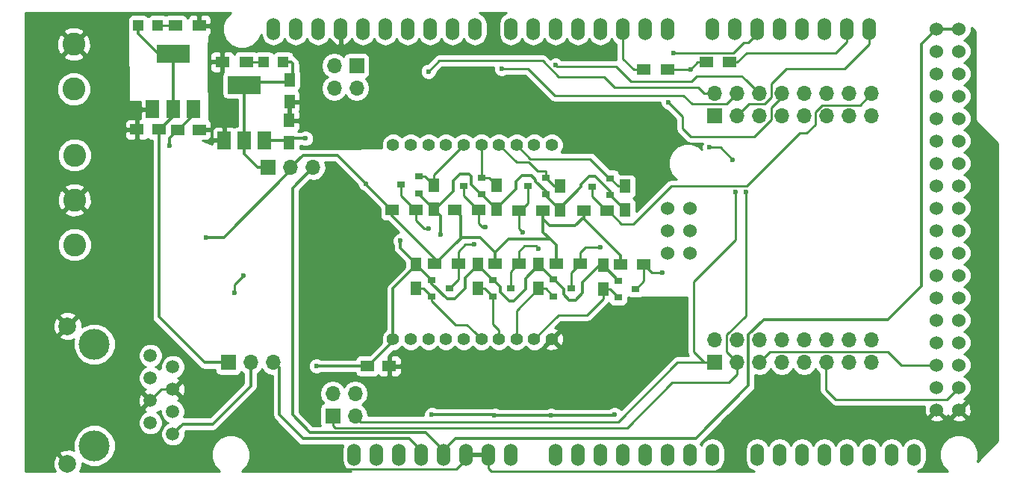
<source format=gbr>
G04 #@! TF.FileFunction,Copper,L1,Top,Signal*
%FSLAX46Y46*%
G04 Gerber Fmt 4.6, Leading zero omitted, Abs format (unit mm)*
G04 Created by KiCad (PCBNEW 4.0.4-stable) date 05/31/17 10:55:34*
%MOMM*%
%LPD*%
G01*
G04 APERTURE LIST*
%ADD10C,0.100000*%
%ADD11C,0.600000*%
%ADD12R,1.500000X1.300000*%
%ADD13O,1.524000X2.540000*%
%ADD14C,1.524000*%
%ADD15R,1.500000X1.250000*%
%ADD16R,1.250000X1.500000*%
%ADD17R,1.200000X1.200000*%
%ADD18R,1.700000X1.700000*%
%ADD19O,1.700000X1.700000*%
%ADD20C,2.600000*%
%ADD21C,3.500000*%
%ADD22C,2.000000*%
%ADD23C,1.500000*%
%ADD24C,1.400000*%
%ADD25R,3.800000X2.000000*%
%ADD26R,1.500000X2.000000*%
%ADD27R,0.900000X0.800000*%
%ADD28R,1.300000X1.500000*%
%ADD29C,0.300000*%
%ADD30C,0.250000*%
%ADD31C,0.254000*%
G04 APERTURE END LIST*
D10*
D11*
X201800000Y-114700000D03*
X197800000Y-114700000D03*
X193800000Y-114700000D03*
X189800000Y-114700000D03*
X185800000Y-114700000D03*
X137500000Y-79800000D03*
X139000000Y-82200000D03*
X139000000Y-79800000D03*
X140100000Y-91200000D03*
X140100000Y-88800000D03*
X138400000Y-88800000D03*
X145000000Y-101800000D03*
X145000000Y-99500000D03*
X145600000Y-97100000D03*
X145600000Y-95200000D03*
X175400000Y-105100000D03*
X173900000Y-105100000D03*
X172200000Y-105100000D03*
X175400000Y-103500000D03*
X172200000Y-103500000D03*
D12*
X177650000Y-74800000D03*
X174950000Y-74800000D03*
D13*
X182710000Y-70180000D03*
X185250000Y-70180000D03*
X187790000Y-70180000D03*
X190330000Y-70180000D03*
X192870000Y-70180000D03*
X195410000Y-70180000D03*
X197950000Y-70180000D03*
X200490000Y-70180000D03*
X205570000Y-118440000D03*
X203030000Y-118440000D03*
X200490000Y-118440000D03*
X197950000Y-118440000D03*
X187790000Y-118440000D03*
X182710000Y-118440000D03*
X180170000Y-118440000D03*
X190330000Y-118440000D03*
X192870000Y-118440000D03*
X195410000Y-118440000D03*
X177630000Y-118440000D03*
X175090000Y-118440000D03*
X172550000Y-118440000D03*
X164930000Y-118440000D03*
X167470000Y-118440000D03*
X170010000Y-118440000D03*
X159850000Y-118440000D03*
X157310000Y-118440000D03*
X154770000Y-118440000D03*
X149690000Y-118440000D03*
X147150000Y-118440000D03*
X177630000Y-70180000D03*
X175090000Y-70180000D03*
X172550000Y-70180000D03*
X170010000Y-70180000D03*
X167470000Y-70180000D03*
X164930000Y-70180000D03*
X162390000Y-70180000D03*
X159850000Y-70180000D03*
X155786000Y-70180000D03*
X153246000Y-70180000D03*
X150706000Y-70180000D03*
X148166000Y-70180000D03*
X145626000Y-70180000D03*
X143086000Y-70180000D03*
X140546000Y-70180000D03*
X138006000Y-70180000D03*
X152230000Y-118440000D03*
D14*
X208110000Y-72720000D03*
X210650000Y-72720000D03*
X208110000Y-75260000D03*
X210650000Y-75260000D03*
X208110000Y-77800000D03*
X210650000Y-77800000D03*
X208110000Y-80340000D03*
X210650000Y-80340000D03*
X208110000Y-70180000D03*
X210650000Y-70180000D03*
X210650000Y-82880000D03*
X208110000Y-82880000D03*
X208110000Y-85420000D03*
X210650000Y-85420000D03*
X208110000Y-87960000D03*
X210650000Y-87960000D03*
X208110000Y-90500000D03*
X210650000Y-90500000D03*
X208110000Y-93040000D03*
X210650000Y-93040000D03*
X208110000Y-95580000D03*
X210650000Y-95580000D03*
X208110000Y-98120000D03*
X210650000Y-98120000D03*
X208110000Y-100660000D03*
X210650000Y-100660000D03*
X208110000Y-103200000D03*
X210650000Y-103200000D03*
X208110000Y-105740000D03*
X210650000Y-105740000D03*
X208110000Y-108280000D03*
X210650000Y-108280000D03*
X208110000Y-110820000D03*
X210650000Y-110820000D03*
X208110000Y-113360000D03*
X210650000Y-113360000D03*
X177630000Y-90500000D03*
X180170000Y-90500000D03*
X177630000Y-93040000D03*
X180170000Y-93040000D03*
X177630000Y-95580000D03*
X180170000Y-95580000D03*
D13*
X144610000Y-118440000D03*
X142070000Y-118440000D03*
X135466000Y-70180000D03*
X132926000Y-70180000D03*
D15*
X143560000Y-108390000D03*
X146060000Y-108390000D03*
D16*
X134720000Y-83050000D03*
X134720000Y-80550000D03*
D15*
X122040000Y-81600000D03*
X124540000Y-81600000D03*
X119940000Y-81590000D03*
X117440000Y-81590000D03*
D16*
X134740000Y-75920000D03*
X134740000Y-78420000D03*
D17*
X117610000Y-69790000D03*
X119810000Y-69790000D03*
X134020000Y-73920000D03*
X131820000Y-73920000D03*
D18*
X182950000Y-107970000D03*
D19*
X182950000Y-105430000D03*
X185490000Y-107970000D03*
X185490000Y-105430000D03*
X188030000Y-107970000D03*
X188030000Y-105430000D03*
X190570000Y-107970000D03*
X190570000Y-105430000D03*
X193110000Y-107970000D03*
X193110000Y-105430000D03*
X195650000Y-107970000D03*
X195650000Y-105430000D03*
X198190000Y-107970000D03*
X198190000Y-105430000D03*
X200730000Y-107970000D03*
X200730000Y-105430000D03*
D18*
X139660000Y-114040000D03*
D19*
X139660000Y-111500000D03*
X142200000Y-114040000D03*
X142200000Y-111500000D03*
D18*
X142360000Y-74350000D03*
D19*
X142360000Y-76890000D03*
X139820000Y-74350000D03*
X139820000Y-76890000D03*
D20*
X110370000Y-89560000D03*
X110370000Y-84480000D03*
X110370000Y-94640000D03*
D18*
X127800000Y-108000000D03*
D19*
X130340000Y-108000000D03*
X132880000Y-108000000D03*
D20*
X110280000Y-71910000D03*
X110280000Y-76990000D03*
D21*
X112630000Y-105910000D03*
X112630000Y-117410000D03*
D22*
X109580000Y-103860000D03*
X109580000Y-119460000D03*
D23*
X121520000Y-116105000D03*
X121520000Y-113565000D03*
X121520000Y-111025000D03*
X121520000Y-108485000D03*
X118980000Y-114835000D03*
X118980000Y-112295000D03*
X118980000Y-109755000D03*
X118980000Y-107215000D03*
D18*
X132320000Y-85900000D03*
D19*
X134860000Y-85900000D03*
X137400000Y-85900000D03*
D18*
X182970000Y-80050000D03*
D19*
X182970000Y-77510000D03*
X185510000Y-80050000D03*
X185510000Y-77510000D03*
X188050000Y-80050000D03*
X188050000Y-77510000D03*
X190590000Y-80050000D03*
X190590000Y-77510000D03*
X193130000Y-80050000D03*
X193130000Y-77510000D03*
X195670000Y-80050000D03*
X195670000Y-77510000D03*
X198210000Y-80050000D03*
X198210000Y-77510000D03*
X200750000Y-80050000D03*
X200750000Y-77510000D03*
D12*
X174950000Y-96900000D03*
X172250000Y-96900000D03*
X160800000Y-96800000D03*
X158100000Y-96800000D03*
X121810000Y-69820000D03*
X124510000Y-69820000D03*
X129830000Y-73920000D03*
X127130000Y-73920000D03*
X181980000Y-73970000D03*
X184680000Y-73970000D03*
D24*
X146500000Y-83320000D03*
X148500000Y-83320000D03*
X150500000Y-83320000D03*
X152500000Y-83320000D03*
X154500000Y-83320000D03*
X156500000Y-83320000D03*
X158500000Y-83320000D03*
X160500000Y-83320000D03*
X162500000Y-83320000D03*
X164500000Y-83320000D03*
X164500000Y-105320000D03*
X162500000Y-105320000D03*
X160500000Y-105320000D03*
X158500000Y-105320000D03*
X156500000Y-105320000D03*
X154500000Y-105320000D03*
X152500000Y-105320000D03*
X150500000Y-105320000D03*
X148500000Y-105320000D03*
X146500000Y-105320000D03*
D25*
X121530000Y-72980000D03*
D26*
X121530000Y-79280000D03*
X123830000Y-79280000D03*
X119230000Y-79280000D03*
D25*
X129630000Y-76520000D03*
D26*
X129630000Y-82820000D03*
X131930000Y-82820000D03*
X127330000Y-82820000D03*
D27*
X172000000Y-98700000D03*
X172000000Y-100600000D03*
X174000000Y-99650000D03*
X157800000Y-98650000D03*
X157800000Y-100550000D03*
X159800000Y-99600000D03*
X164700000Y-98600000D03*
X164700000Y-100500000D03*
X166700000Y-99550000D03*
X150900000Y-98650000D03*
X150900000Y-100550000D03*
X152900000Y-99600000D03*
X149400000Y-88800000D03*
X149400000Y-86900000D03*
X147400000Y-87850000D03*
X156500000Y-88950000D03*
X156500000Y-87050000D03*
X154500000Y-88000000D03*
X163800000Y-88950000D03*
X163800000Y-87050000D03*
X161800000Y-88000000D03*
X171100000Y-89000000D03*
X171100000Y-87100000D03*
X169100000Y-88050000D03*
D12*
X167700000Y-96800000D03*
X165000000Y-96800000D03*
X153900000Y-96800000D03*
X151200000Y-96800000D03*
D28*
X170300000Y-99700000D03*
X170300000Y-97000000D03*
X156100000Y-99600000D03*
X156100000Y-96900000D03*
X163000000Y-99600000D03*
X163000000Y-96900000D03*
X149100000Y-99600000D03*
X149100000Y-96900000D03*
X151100000Y-87900000D03*
X151100000Y-90600000D03*
X158200000Y-87900000D03*
X158200000Y-90600000D03*
X165400000Y-88000000D03*
X165400000Y-90700000D03*
X172800000Y-88000000D03*
X172800000Y-90700000D03*
D12*
X149100000Y-90700000D03*
X146400000Y-90700000D03*
X156200000Y-90700000D03*
X153500000Y-90700000D03*
X160800000Y-90800000D03*
X163500000Y-90800000D03*
X170800000Y-90800000D03*
X168100000Y-90800000D03*
D11*
X173900000Y-103500000D03*
X125300000Y-93800000D03*
X171600000Y-113900000D03*
X164400000Y-114000000D03*
X158000000Y-114000000D03*
X150900000Y-113900000D03*
X143400000Y-87700000D03*
X137800000Y-108400000D03*
X147300000Y-94200000D03*
X151900000Y-93500000D03*
X129560000Y-98120000D03*
X128500000Y-100110000D03*
X136570000Y-82600000D03*
X121110000Y-83440000D03*
X185300000Y-88700000D03*
X182400000Y-83600000D03*
X185000000Y-85000000D03*
X186500000Y-88700000D03*
X155700000Y-94600000D03*
X163000000Y-95100000D03*
X170000000Y-94900000D03*
X177000000Y-97800000D03*
X178300000Y-72900000D03*
X150500000Y-75000000D03*
X158800000Y-74700000D03*
X164900000Y-74300000D03*
X177700000Y-78500000D03*
X150500000Y-92800000D03*
X157000000Y-92600000D03*
X161200000Y-93200000D03*
X180200006Y-74800000D03*
X180200000Y-74800000D03*
D29*
X134860000Y-85900000D02*
X136260000Y-84500000D01*
X136260000Y-84500000D02*
X140200000Y-84500000D01*
X140200000Y-84500000D02*
X143100001Y-87400001D01*
X143100001Y-87400001D02*
X143400000Y-87700000D01*
X134860000Y-85900000D02*
X134860000Y-86240000D01*
X134860000Y-86240000D02*
X127300000Y-93800000D01*
X127300000Y-93800000D02*
X125300000Y-93800000D01*
X164400000Y-114000000D02*
X171500000Y-114000000D01*
X171500000Y-114000000D02*
X171600000Y-113900000D01*
X158000000Y-114000000D02*
X164400000Y-114000000D01*
X150900000Y-113900000D02*
X157900000Y-113900000D01*
X157900000Y-113900000D02*
X158000000Y-114000000D01*
X143300000Y-87700000D02*
X143400000Y-87700000D01*
X146400000Y-90700000D02*
X146300000Y-90700000D01*
X146300000Y-90700000D02*
X143300000Y-87700000D01*
X153500000Y-90700000D02*
X154200000Y-91400000D01*
X154200000Y-91400000D02*
X154200000Y-93900000D01*
X154200000Y-93900000D02*
X153500000Y-94600000D01*
X158100000Y-95500000D02*
X159600000Y-94000000D01*
X159600000Y-94000000D02*
X164300000Y-94000000D01*
X164300000Y-94000000D02*
X165000000Y-94700000D01*
X158100000Y-96800000D02*
X158100000Y-96100000D01*
X158100000Y-95500000D02*
X158100000Y-96100000D01*
X156400000Y-93800000D02*
X158100000Y-95500000D01*
X153500000Y-94600000D02*
X154300000Y-93800000D01*
X154300000Y-93800000D02*
X156400000Y-93800000D01*
X163500000Y-90800000D02*
X163500000Y-93200000D01*
X163500000Y-93200000D02*
X164500000Y-94200000D01*
X164500000Y-94200000D02*
X165000000Y-94700000D01*
X165000000Y-94700000D02*
X165000000Y-96800000D01*
X168100000Y-90800000D02*
X168100000Y-91750000D01*
X168100000Y-91750000D02*
X172250000Y-95900000D01*
X172250000Y-95900000D02*
X172250000Y-95950000D01*
X172250000Y-95950000D02*
X172250000Y-96900000D01*
X151200000Y-96800000D02*
X151200000Y-96200000D01*
X151200000Y-96200000D02*
X146400000Y-91400000D01*
X146400000Y-91400000D02*
X146400000Y-90700000D01*
X153500000Y-94600000D02*
X151300000Y-96800000D01*
X151300000Y-96800000D02*
X151200000Y-96800000D01*
X163500000Y-90800000D02*
X163500000Y-91750000D01*
X163500000Y-91750000D02*
X164250000Y-92500000D01*
X164250000Y-92500000D02*
X167100000Y-92500000D01*
X167100000Y-92500000D02*
X168100000Y-91500000D01*
X168100000Y-91500000D02*
X168100000Y-90800000D01*
D30*
X157310000Y-118440000D02*
X157310000Y-119960000D01*
X157310000Y-119960000D02*
X157650000Y-120300000D01*
X157650000Y-120300000D02*
X183800000Y-120300000D01*
X183800000Y-120300000D02*
X184900000Y-119200000D01*
X154770000Y-118440000D02*
X155782000Y-118440000D01*
X155782000Y-118440000D02*
X157310000Y-118440000D01*
X153632990Y-120085010D02*
X154770000Y-118948000D01*
X154770000Y-118948000D02*
X154770000Y-118440000D01*
X136640000Y-119540000D02*
X137185010Y-120085010D01*
X137185010Y-120085010D02*
X153632990Y-120085010D01*
X118980000Y-112295000D02*
X120250000Y-111025000D01*
X120250000Y-111025000D02*
X121520000Y-111025000D01*
D29*
X126045001Y-114954999D02*
X130340000Y-110660000D01*
X130340000Y-110660000D02*
X130340000Y-108000000D01*
X121520000Y-116105000D02*
X122670001Y-114954999D01*
X122670001Y-114954999D02*
X126045001Y-114954999D01*
X137810000Y-108390000D02*
X137800000Y-108400000D01*
X143560000Y-108390000D02*
X137810000Y-108390000D01*
X146500000Y-105320000D02*
X146500000Y-99600000D01*
X146500000Y-99600000D02*
X149100000Y-97000000D01*
X149100000Y-97000000D02*
X149100000Y-96900000D01*
X149100000Y-96800000D02*
X147300000Y-95000000D01*
X147300000Y-94624264D02*
X147300000Y-94200000D01*
X147300000Y-95000000D02*
X147300000Y-94624264D01*
X149100000Y-96900000D02*
X149100000Y-96800000D01*
X151900000Y-93500000D02*
X151900000Y-91400000D01*
X151900000Y-91400000D02*
X151100000Y-90600000D01*
X149350000Y-88800000D02*
X149400000Y-88800000D01*
X163800000Y-88950000D02*
X163800000Y-88600000D01*
X163800000Y-88600000D02*
X162650001Y-87450001D01*
X162650001Y-87450001D02*
X162650001Y-87279999D01*
X162650001Y-87279999D02*
X162170002Y-86800000D01*
X162170002Y-86800000D02*
X161100000Y-86800000D01*
X161100000Y-86800000D02*
X160400000Y-87500000D01*
X160400000Y-87500000D02*
X160400000Y-88300000D01*
X160400000Y-88300000D02*
X158200000Y-90500000D01*
X158200000Y-90500000D02*
X158200000Y-90600000D01*
X171100000Y-89000000D02*
X171100000Y-88600000D01*
X171100000Y-88600000D02*
X169400000Y-86900000D01*
X169400000Y-86900000D02*
X168700000Y-86900000D01*
X168700000Y-86900000D02*
X167800000Y-87800000D01*
X167800000Y-87800000D02*
X167800000Y-88100000D01*
X167800000Y-88100000D02*
X165400000Y-90500000D01*
X165400000Y-90500000D02*
X165400000Y-90700000D01*
X171100000Y-89000000D02*
X172800000Y-90700000D01*
X163800000Y-88950000D02*
X163800000Y-89100000D01*
X163800000Y-89100000D02*
X165400000Y-90700000D01*
X156500000Y-88950000D02*
X156450000Y-88950000D01*
X155100000Y-86600000D02*
X154100000Y-86600000D01*
X156450000Y-88950000D02*
X155350001Y-87850001D01*
X153300000Y-88600000D02*
X151300000Y-90600000D01*
X155350001Y-87850001D02*
X155350001Y-86850001D01*
X155350001Y-86850001D02*
X155100000Y-86600000D01*
X154100000Y-86600000D02*
X153300000Y-87400000D01*
X153300000Y-87400000D02*
X153300000Y-88600000D01*
X151300000Y-90600000D02*
X151100000Y-90600000D01*
X156500000Y-88950000D02*
X156550000Y-88950000D01*
X156550000Y-88950000D02*
X158200000Y-90600000D01*
X149400000Y-88800000D02*
X149400000Y-88900000D01*
X149400000Y-88900000D02*
X151100000Y-90600000D01*
X164700000Y-98600000D02*
X164750000Y-98600000D01*
X164750000Y-98600000D02*
X165849999Y-99699999D01*
X165849999Y-99699999D02*
X165849999Y-100270001D01*
X165849999Y-100270001D02*
X166479998Y-100900000D01*
X166479998Y-100900000D02*
X167200000Y-100900000D01*
X167200000Y-100900000D02*
X168000000Y-100100000D01*
X169900000Y-97000000D02*
X170300000Y-97000000D01*
X168000000Y-100100000D02*
X168000000Y-98900000D01*
X168000000Y-98900000D02*
X169900000Y-97000000D01*
X157800000Y-98650000D02*
X157850000Y-98650000D01*
X159629998Y-101000000D02*
X160200000Y-101000000D01*
X157850000Y-98650000D02*
X158650001Y-99450001D01*
X158650001Y-99450001D02*
X158650001Y-100020003D01*
X163000000Y-97000000D02*
X163000000Y-96900000D01*
X158650001Y-100020003D02*
X159629998Y-101000000D01*
X160200000Y-101000000D02*
X161500000Y-99700000D01*
X161500000Y-99700000D02*
X161500000Y-98500000D01*
X161500000Y-98500000D02*
X163000000Y-97000000D01*
X150900000Y-98650000D02*
X150900000Y-99100000D01*
X150900000Y-99100000D02*
X152600000Y-100800000D01*
X154700000Y-98400000D02*
X156100000Y-97000000D01*
X152600000Y-100800000D02*
X153500000Y-100800000D01*
X153500000Y-100800000D02*
X154700000Y-99600000D01*
X154700000Y-99600000D02*
X154700000Y-98400000D01*
X156100000Y-97000000D02*
X156100000Y-96900000D01*
X170300000Y-97000000D02*
X172000000Y-98700000D01*
X163000000Y-96900000D02*
X164700000Y-98600000D01*
X156100000Y-96900000D02*
X156100000Y-96950000D01*
X156100000Y-96950000D02*
X157800000Y-98650000D01*
X150900000Y-98650000D02*
X150850000Y-98650000D01*
X150850000Y-98650000D02*
X149100000Y-96900000D01*
X143685000Y-108390000D02*
X146500000Y-105575000D01*
X146500000Y-105575000D02*
X146500000Y-105320000D01*
X143560000Y-108390000D02*
X143685000Y-108390000D01*
D30*
X129260001Y-98419999D02*
X129560000Y-98120000D01*
X128500000Y-99180000D02*
X129260001Y-98419999D01*
X128500000Y-100110000D02*
X128500000Y-99180000D01*
D29*
X131930000Y-82820000D02*
X134490000Y-82820000D01*
X134490000Y-82820000D02*
X134720000Y-83050000D01*
X136570000Y-82600000D02*
X135170000Y-82600000D01*
X135170000Y-82600000D02*
X134720000Y-83050000D01*
X122040000Y-81600000D02*
X122165000Y-81600000D01*
X122165000Y-81600000D02*
X123830000Y-79935000D01*
X123830000Y-79935000D02*
X123830000Y-79280000D01*
X121110000Y-83440000D02*
X121110000Y-82530000D01*
X121110000Y-82530000D02*
X122040000Y-81600000D01*
X119940000Y-102840000D02*
X125100000Y-108000000D01*
X125100000Y-108000000D02*
X127800000Y-108000000D01*
X119940000Y-81590000D02*
X119940000Y-102840000D01*
X121530000Y-72980000D02*
X119900000Y-72980000D01*
X119900000Y-72980000D02*
X117610000Y-70690000D01*
X117610000Y-70690000D02*
X117610000Y-69790000D01*
X121530000Y-79280000D02*
X121530000Y-72980000D01*
X119940000Y-81590000D02*
X120065000Y-81590000D01*
X120065000Y-81590000D02*
X121530000Y-80125000D01*
X121530000Y-80125000D02*
X121530000Y-79280000D01*
X129630000Y-82820000D02*
X129630000Y-84360000D01*
X129630000Y-84360000D02*
X131170000Y-85900000D01*
X131170000Y-85900000D02*
X132320000Y-85900000D01*
X129630000Y-76520000D02*
X129910000Y-76240000D01*
X129910000Y-76240000D02*
X134420000Y-76240000D01*
X134420000Y-76240000D02*
X134740000Y-75920000D01*
X134020000Y-73920000D02*
X134920000Y-73920000D01*
X134920000Y-73920000D02*
X135140000Y-74140000D01*
X135140000Y-74140000D02*
X135140000Y-75520000D01*
X135140000Y-75520000D02*
X134740000Y-75920000D01*
X129630000Y-82820000D02*
X129630000Y-81520000D01*
X129630000Y-81520000D02*
X129630000Y-76520000D01*
X129630000Y-83070000D02*
X129630000Y-82820000D01*
D30*
X119810000Y-69790000D02*
X121780000Y-69790000D01*
X121780000Y-69790000D02*
X121810000Y-69820000D01*
X131820000Y-73920000D02*
X129830000Y-73920000D01*
X185300000Y-88700000D02*
X185300000Y-94100000D01*
X180600000Y-98800000D02*
X180600000Y-106800000D01*
X185300000Y-94100000D02*
X180600000Y-98800000D01*
X180600000Y-106800000D02*
X181770000Y-107970000D01*
X181770000Y-107970000D02*
X182950000Y-107970000D01*
X182950000Y-107970000D02*
X178750000Y-107970000D01*
X178750000Y-107970000D02*
X172020000Y-114700000D01*
X172020000Y-114700000D02*
X142859999Y-114700000D01*
X142859999Y-114700000D02*
X142259999Y-114100000D01*
X185250000Y-70180000D02*
X185250000Y-70688000D01*
X185000000Y-85000000D02*
X183600000Y-83600000D01*
X183600000Y-83600000D02*
X182400000Y-83600000D01*
X185490000Y-107970000D02*
X184314999Y-106794999D01*
X184314999Y-106794999D02*
X184314999Y-104865999D01*
X184314999Y-104865999D02*
X186500000Y-102680998D01*
X186500000Y-102680998D02*
X186500000Y-88700000D01*
X139660000Y-114040000D02*
X139660000Y-115140000D01*
X173010000Y-115400000D02*
X178140000Y-110270000D01*
X184530000Y-110270000D02*
X185490000Y-109310000D01*
X139660000Y-115140000D02*
X139920000Y-115400000D01*
X139920000Y-115400000D02*
X173010000Y-115400000D01*
X178140000Y-110270000D02*
X184530000Y-110270000D01*
X185490000Y-109310000D02*
X185490000Y-107970000D01*
X188030000Y-107970000D02*
X189205001Y-106794999D01*
X197625999Y-106794999D02*
X198754001Y-106794999D01*
X200160998Y-106800000D02*
X200165999Y-106794999D01*
X189205001Y-106794999D02*
X191134001Y-106794999D01*
X191134001Y-106794999D02*
X191139002Y-106800000D01*
X201299002Y-106800000D02*
X202630000Y-106800000D01*
X191139002Y-106800000D02*
X192540998Y-106800000D01*
X201294001Y-106794999D02*
X201299002Y-106800000D01*
X192540998Y-106800000D02*
X192545999Y-106794999D01*
X198759002Y-106800000D02*
X200160998Y-106800000D01*
X195080998Y-106800000D02*
X195085999Y-106794999D01*
X192545999Y-106794999D02*
X193674001Y-106794999D01*
X204110000Y-108280000D02*
X208110000Y-108280000D01*
X193674001Y-106794999D02*
X193679002Y-106800000D01*
X195085999Y-106794999D02*
X196214001Y-106794999D01*
X193679002Y-106800000D02*
X195080998Y-106800000D01*
X196214001Y-106794999D02*
X196219002Y-106800000D01*
X196219002Y-106800000D02*
X197620998Y-106800000D01*
X197620998Y-106800000D02*
X197625999Y-106794999D01*
X198754001Y-106794999D02*
X198759002Y-106800000D01*
X200165999Y-106794999D02*
X201294001Y-106794999D01*
X202630000Y-106800000D02*
X204110000Y-108280000D01*
X152900000Y-99600000D02*
X153900000Y-98600000D01*
X153900000Y-98600000D02*
X153900000Y-96900000D01*
X153900000Y-96900000D02*
X153800000Y-96800000D01*
X153800000Y-96800000D02*
X153900000Y-96800000D01*
X155700000Y-94600000D02*
X154700000Y-94600000D01*
X154700000Y-94600000D02*
X153900000Y-95400000D01*
X153900000Y-95400000D02*
X153900000Y-96800000D01*
X210650000Y-110820000D02*
X209270000Y-112200000D01*
X209270000Y-112200000D02*
X196700000Y-112200000D01*
X196700000Y-112200000D02*
X195600000Y-111100000D01*
X195600000Y-111100000D02*
X195600000Y-108020000D01*
X195600000Y-108020000D02*
X195650000Y-107970000D01*
X163000000Y-95100000D02*
X162700000Y-94800000D01*
X162700000Y-94800000D02*
X161400000Y-94800000D01*
X161400000Y-94800000D02*
X160800000Y-95400000D01*
X160800000Y-95400000D02*
X160800000Y-96800000D01*
X159800000Y-99600000D02*
X159800000Y-97700000D01*
X159800000Y-97700000D02*
X160700000Y-96800000D01*
X160700000Y-96800000D02*
X160800000Y-96800000D01*
X166700000Y-97800000D02*
X167700000Y-96800000D01*
X166700000Y-99550000D02*
X166700000Y-97800000D01*
X167700000Y-96800000D02*
X167700000Y-95500000D01*
X167700000Y-95500000D02*
X168300000Y-94900000D01*
X168300000Y-94900000D02*
X170000000Y-94900000D01*
X177000000Y-97800000D02*
X175850000Y-97800000D01*
X175850000Y-97800000D02*
X174950000Y-96900000D01*
X174000000Y-99650000D02*
X174050000Y-99650000D01*
X174050000Y-99650000D02*
X174950000Y-98750000D01*
X174950000Y-98750000D02*
X174950000Y-97800000D01*
X174950000Y-97800000D02*
X174950000Y-96900000D01*
X175050000Y-97000000D02*
X174950000Y-96900000D01*
X185070000Y-72900000D02*
X178724264Y-72900000D01*
X186778000Y-71700000D02*
X186270000Y-71700000D01*
X187790000Y-70688000D02*
X186778000Y-71700000D01*
X187790000Y-70180000D02*
X187790000Y-70688000D01*
X178724264Y-72900000D02*
X178300000Y-72900000D01*
X186270000Y-71700000D02*
X185070000Y-72900000D01*
D29*
X149690000Y-118440000D02*
X149690000Y-117932000D01*
X149690000Y-117932000D02*
X148358000Y-116600000D01*
X148358000Y-116600000D02*
X136300000Y-116600000D01*
X136300000Y-116600000D02*
X133600000Y-113900000D01*
X133600000Y-113900000D02*
X133600000Y-108600000D01*
X133600000Y-108600000D02*
X133000000Y-108000000D01*
X133000000Y-108000000D02*
X132880000Y-108000000D01*
X152230000Y-117932000D02*
X150223011Y-115925011D01*
X150223011Y-115925011D02*
X137095011Y-115925011D01*
X137095011Y-115925011D02*
X135100000Y-113930000D01*
X135100000Y-113930000D02*
X135100000Y-88200000D01*
X135100000Y-88200000D02*
X137400000Y-85900000D01*
X152230000Y-117932000D02*
X153562000Y-116600000D01*
X153562000Y-116600000D02*
X180800000Y-116600000D01*
X180800000Y-116600000D02*
X186779999Y-110620001D01*
X188509998Y-103100000D02*
X202600000Y-103100000D01*
X186779999Y-110620001D02*
X186779999Y-104829999D01*
X186779999Y-104829999D02*
X188509998Y-103100000D01*
X202600000Y-103100000D02*
X206400000Y-99300000D01*
X206400000Y-99300000D02*
X206400000Y-71890000D01*
X206400000Y-71890000D02*
X208110000Y-70180000D01*
X208110000Y-70180000D02*
X210650000Y-70180000D01*
X152230000Y-118440000D02*
X152230000Y-117932000D01*
D30*
X172550000Y-70180000D02*
X172550000Y-73550000D01*
X172550000Y-73550000D02*
X173800000Y-74800000D01*
X173800000Y-74800000D02*
X174950000Y-74800000D01*
X172550000Y-70688000D02*
X172550000Y-70180000D01*
X163474998Y-73800000D02*
X151700000Y-73800000D01*
X151700000Y-73800000D02*
X150500000Y-75000000D01*
X170400000Y-75600000D02*
X165274998Y-75600000D01*
X165274998Y-75600000D02*
X163474998Y-73800000D01*
X171600000Y-76800000D02*
X170400000Y-75600000D01*
X181057919Y-76800000D02*
X171600000Y-76800000D01*
X182970000Y-77510000D02*
X181767919Y-77510000D01*
X181767919Y-77510000D02*
X181057919Y-76800000D01*
X185510000Y-80050000D02*
X186874999Y-78685001D01*
X186874999Y-78685001D02*
X188614001Y-78685001D01*
X189414999Y-76385001D02*
X191100000Y-74700000D01*
X188614001Y-78685001D02*
X189414999Y-77884003D01*
X189414999Y-77884003D02*
X189414999Y-76385001D01*
X191100000Y-74700000D02*
X197700000Y-74700000D01*
X197700000Y-74700000D02*
X200490000Y-71910000D01*
X200490000Y-71910000D02*
X200490000Y-70180000D01*
X164800000Y-77700000D02*
X161800000Y-74700000D01*
X161800000Y-74700000D02*
X158800000Y-74700000D01*
X179400000Y-77700000D02*
X164800000Y-77700000D01*
X180385001Y-78685001D02*
X179400000Y-77700000D01*
X185510000Y-77510000D02*
X184334999Y-78685001D01*
X184334999Y-78685001D02*
X180385001Y-78685001D01*
X188050000Y-77510000D02*
X186540000Y-76000000D01*
X165000000Y-74400000D02*
X164900000Y-74300000D01*
X186540000Y-76000000D02*
X186500000Y-76000000D01*
X186500000Y-76000000D02*
X186000000Y-75500000D01*
X186000000Y-75500000D02*
X180900000Y-75500000D01*
X180900000Y-75500000D02*
X180300000Y-76100000D01*
X180300000Y-76100000D02*
X173500000Y-76100000D01*
X173500000Y-76100000D02*
X171800000Y-74400000D01*
X171800000Y-74400000D02*
X165000000Y-74400000D01*
X190590000Y-77510000D02*
X190590000Y-77910000D01*
X190590000Y-77910000D02*
X189400000Y-79100000D01*
X189400000Y-79100000D02*
X189400000Y-80439002D01*
X189400000Y-80439002D02*
X187439002Y-82400000D01*
X187439002Y-82400000D02*
X180200000Y-82400000D01*
X180200000Y-82400000D02*
X179300000Y-81500000D01*
X179300000Y-81500000D02*
X179300000Y-80100000D01*
X179300000Y-80100000D02*
X177700000Y-78500000D01*
X147400000Y-87850000D02*
X147400000Y-89100000D01*
X147400000Y-89100000D02*
X149000000Y-90700000D01*
X149000000Y-90700000D02*
X149100000Y-90700000D01*
X149100000Y-90700000D02*
X149100000Y-91900000D01*
X149100000Y-91900000D02*
X150000000Y-92800000D01*
X150000000Y-92800000D02*
X150500000Y-92800000D01*
X154500000Y-88000000D02*
X154500000Y-89100000D01*
X154500000Y-89100000D02*
X156100000Y-90700000D01*
X156100000Y-90700000D02*
X156200000Y-90700000D01*
X157000000Y-92600000D02*
X156600000Y-92600000D01*
X156600000Y-92600000D02*
X156200000Y-92200000D01*
X156200000Y-92200000D02*
X156200000Y-90700000D01*
X161800000Y-88000000D02*
X161800000Y-89900000D01*
X161800000Y-89900000D02*
X160900000Y-90800000D01*
X160900000Y-90800000D02*
X160800000Y-90800000D01*
X161200000Y-93200000D02*
X160800000Y-92800000D01*
X160800000Y-92800000D02*
X160800000Y-90800000D01*
X200750000Y-77510000D02*
X199460000Y-78800000D01*
X199460000Y-78800000D02*
X195180998Y-78800000D01*
X195180998Y-78800000D02*
X194400000Y-79580998D01*
X193400000Y-82000000D02*
X192600000Y-82000000D01*
X194400000Y-79580998D02*
X194400000Y-81000000D01*
X170900000Y-90800000D02*
X170800000Y-90800000D01*
X194400000Y-81000000D02*
X193400000Y-82000000D01*
X178000000Y-88000000D02*
X173700000Y-92300000D01*
X192600000Y-82000000D02*
X186600000Y-88000000D01*
X186600000Y-88000000D02*
X178000000Y-88000000D01*
X173700000Y-92300000D02*
X172400000Y-92300000D01*
X172400000Y-92300000D02*
X170900000Y-90800000D01*
X170800000Y-90800000D02*
X170700000Y-90800000D01*
X170700000Y-90800000D02*
X169100000Y-89200000D01*
X169100000Y-89200000D02*
X169100000Y-88700000D01*
X169100000Y-88700000D02*
X169100000Y-88050000D01*
X184680000Y-73970000D02*
X185530000Y-73970000D01*
X185530000Y-73970000D02*
X186600000Y-72900000D01*
X197950000Y-71650000D02*
X197950000Y-70180000D01*
X186600000Y-72900000D02*
X196700000Y-72900000D01*
X196700000Y-72900000D02*
X197950000Y-71650000D01*
X180200006Y-74749994D02*
X180200006Y-74800000D01*
X180980000Y-73970000D02*
X180200006Y-74749994D01*
X181980000Y-73970000D02*
X180980000Y-73970000D01*
X180200000Y-74800000D02*
X180200006Y-74800000D01*
X177650000Y-74800000D02*
X180200000Y-74800000D01*
X181980000Y-73970000D02*
X181880000Y-73970000D01*
X170300000Y-99700000D02*
X171100000Y-99700000D01*
X171100000Y-99700000D02*
X172000000Y-100600000D01*
X168500000Y-102600000D02*
X170300000Y-100800000D01*
X170300000Y-100800000D02*
X170300000Y-99700000D01*
X165220000Y-102600000D02*
X168500000Y-102600000D01*
X162500000Y-105320000D02*
X165220000Y-102600000D01*
X157800000Y-100550000D02*
X157850000Y-100550000D01*
X157850000Y-100550000D02*
X157800000Y-100600000D01*
X157800000Y-100600000D02*
X157800000Y-103630051D01*
X157800000Y-103630051D02*
X158500000Y-104330051D01*
X158500000Y-104330051D02*
X158500000Y-105320000D01*
X156100000Y-99600000D02*
X156850000Y-99600000D01*
X156850000Y-99600000D02*
X157800000Y-100550000D01*
X163000000Y-99600000D02*
X163800000Y-99600000D01*
X163800000Y-99600000D02*
X164700000Y-100500000D01*
X163000000Y-99600000D02*
X160500000Y-102100000D01*
X160500000Y-102100000D02*
X160500000Y-105320000D01*
X150900000Y-100550000D02*
X150900000Y-101000000D01*
X150900000Y-101000000D02*
X153600000Y-103700000D01*
X153600000Y-103700000D02*
X154880000Y-103700000D01*
X154880000Y-103700000D02*
X155800001Y-104620001D01*
X155800001Y-104620001D02*
X156500000Y-105320000D01*
X149100000Y-99600000D02*
X149950000Y-99600000D01*
X149950000Y-99600000D02*
X150900000Y-100550000D01*
X151100000Y-87900000D02*
X151100000Y-86720000D01*
X151100000Y-86720000D02*
X154500000Y-83320000D01*
X149400000Y-86900000D02*
X150100000Y-86900000D01*
X150100000Y-86900000D02*
X151100000Y-87900000D01*
X156500000Y-87050000D02*
X156500000Y-86400000D01*
X156500000Y-86400000D02*
X156500000Y-83320000D01*
X156500000Y-87050000D02*
X157350000Y-87050000D01*
X157350000Y-87050000D02*
X158200000Y-87900000D01*
X161843590Y-85300000D02*
X160480000Y-85300000D01*
X160480000Y-85300000D02*
X158500000Y-83320000D01*
X163800000Y-86300000D02*
X162843590Y-86300000D01*
X162843590Y-86300000D02*
X161843590Y-85300000D01*
X163800000Y-87050000D02*
X163800000Y-86300000D01*
X165400000Y-88000000D02*
X164750000Y-88000000D01*
X164750000Y-88000000D02*
X163800000Y-87050000D01*
X171100000Y-87100000D02*
X171050000Y-87100000D01*
X171050000Y-87100000D02*
X168850000Y-84900000D01*
X168850000Y-84900000D02*
X162080000Y-84900000D01*
X162080000Y-84900000D02*
X160500000Y-83320000D01*
X172800000Y-88000000D02*
X172000000Y-88000000D01*
X172000000Y-88000000D02*
X171100000Y-87100000D01*
D31*
G36*
X212515000Y-70473736D02*
X212515000Y-80350000D01*
X212540967Y-80480543D01*
X212566627Y-80610889D01*
X212567009Y-80611463D01*
X212567143Y-80612138D01*
X212640924Y-80722559D01*
X212714677Y-80833412D01*
X215045000Y-83172946D01*
X215045000Y-116897054D01*
X212733606Y-119217584D01*
X212872113Y-118884022D01*
X212872885Y-117999857D01*
X212535242Y-117182700D01*
X211910589Y-116556955D01*
X211094022Y-116217887D01*
X210209857Y-116217115D01*
X209392700Y-116554758D01*
X208766955Y-117179411D01*
X208427887Y-117995978D01*
X208427115Y-118880143D01*
X208764758Y-119697300D01*
X209371397Y-120305000D01*
X205958720Y-120305000D01*
X206104609Y-120275981D01*
X206557828Y-119973149D01*
X206860660Y-119519930D01*
X206967000Y-118985321D01*
X206967000Y-117894679D01*
X206860660Y-117360070D01*
X206557828Y-116906851D01*
X206104609Y-116604019D01*
X205570000Y-116497679D01*
X205035391Y-116604019D01*
X204582172Y-116906851D01*
X204300000Y-117329150D01*
X204017828Y-116906851D01*
X203564609Y-116604019D01*
X203030000Y-116497679D01*
X202495391Y-116604019D01*
X202042172Y-116906851D01*
X201760000Y-117329150D01*
X201477828Y-116906851D01*
X201024609Y-116604019D01*
X200490000Y-116497679D01*
X199955391Y-116604019D01*
X199502172Y-116906851D01*
X199220000Y-117329150D01*
X198937828Y-116906851D01*
X198484609Y-116604019D01*
X197950000Y-116497679D01*
X197415391Y-116604019D01*
X196962172Y-116906851D01*
X196680000Y-117329150D01*
X196397828Y-116906851D01*
X195944609Y-116604019D01*
X195410000Y-116497679D01*
X194875391Y-116604019D01*
X194422172Y-116906851D01*
X194140000Y-117329150D01*
X193857828Y-116906851D01*
X193404609Y-116604019D01*
X192870000Y-116497679D01*
X192335391Y-116604019D01*
X191882172Y-116906851D01*
X191600000Y-117329150D01*
X191317828Y-116906851D01*
X190864609Y-116604019D01*
X190330000Y-116497679D01*
X189795391Y-116604019D01*
X189342172Y-116906851D01*
X189060000Y-117329150D01*
X188777828Y-116906851D01*
X188324609Y-116604019D01*
X187790000Y-116497679D01*
X187255391Y-116604019D01*
X186802172Y-116906851D01*
X186499340Y-117360070D01*
X186393000Y-117894679D01*
X186393000Y-118985321D01*
X186499340Y-119519930D01*
X186802172Y-119973149D01*
X187255391Y-120275981D01*
X187401280Y-120305000D01*
X183098720Y-120305000D01*
X183244609Y-120275981D01*
X183697828Y-119973149D01*
X184000660Y-119519930D01*
X184107000Y-118985321D01*
X184107000Y-117894679D01*
X184000660Y-117360070D01*
X183697828Y-116906851D01*
X183244609Y-116604019D01*
X182710000Y-116497679D01*
X182175391Y-116604019D01*
X181722172Y-116906851D01*
X181440000Y-117329150D01*
X181333378Y-117169579D01*
X181355079Y-117155079D01*
X184169945Y-114340213D01*
X207309392Y-114340213D01*
X207378857Y-114582397D01*
X207902302Y-114769144D01*
X208457368Y-114741362D01*
X208841143Y-114582397D01*
X208910608Y-114340213D01*
X209849392Y-114340213D01*
X209918857Y-114582397D01*
X210442302Y-114769144D01*
X210997368Y-114741362D01*
X211381143Y-114582397D01*
X211450608Y-114340213D01*
X210650000Y-113539605D01*
X209849392Y-114340213D01*
X208910608Y-114340213D01*
X208110000Y-113539605D01*
X207309392Y-114340213D01*
X184169945Y-114340213D01*
X187335078Y-111175080D01*
X187505244Y-110920407D01*
X187564999Y-110620001D01*
X187564999Y-109391598D01*
X188030000Y-109484093D01*
X188598285Y-109371054D01*
X189080054Y-109049147D01*
X189300000Y-108719974D01*
X189519946Y-109049147D01*
X190001715Y-109371054D01*
X190570000Y-109484093D01*
X191138285Y-109371054D01*
X191620054Y-109049147D01*
X191840000Y-108719974D01*
X192059946Y-109049147D01*
X192541715Y-109371054D01*
X193110000Y-109484093D01*
X193678285Y-109371054D01*
X194160054Y-109049147D01*
X194380000Y-108719974D01*
X194599946Y-109049147D01*
X194840000Y-109209546D01*
X194840000Y-111100000D01*
X194897852Y-111390839D01*
X195062599Y-111637401D01*
X196162599Y-112737401D01*
X196409161Y-112902148D01*
X196700000Y-112960000D01*
X206769463Y-112960000D01*
X206700856Y-113152302D01*
X206728638Y-113707368D01*
X206887603Y-114091143D01*
X207129787Y-114160608D01*
X207930395Y-113360000D01*
X207916253Y-113345858D01*
X208095858Y-113166253D01*
X208110000Y-113180395D01*
X208124143Y-113166253D01*
X208303748Y-113345858D01*
X208289605Y-113360000D01*
X209090213Y-114160608D01*
X209332397Y-114091143D01*
X209376453Y-113967656D01*
X209427603Y-114091143D01*
X209669787Y-114160608D01*
X210470395Y-113360000D01*
X210829605Y-113360000D01*
X211630213Y-114160608D01*
X211872397Y-114091143D01*
X212059144Y-113567698D01*
X212031362Y-113012632D01*
X211872397Y-112628857D01*
X211630213Y-112559392D01*
X210829605Y-113360000D01*
X210470395Y-113360000D01*
X210456253Y-113345858D01*
X210635858Y-113166253D01*
X210650000Y-113180395D01*
X211450608Y-112379787D01*
X211381143Y-112137603D01*
X211240682Y-112087491D01*
X211440303Y-112005010D01*
X211833629Y-111612370D01*
X212046757Y-111099100D01*
X212047242Y-110543339D01*
X211835010Y-110029697D01*
X211442370Y-109636371D01*
X211234488Y-109550051D01*
X211440303Y-109465010D01*
X211833629Y-109072370D01*
X212046757Y-108559100D01*
X212047242Y-108003339D01*
X211835010Y-107489697D01*
X211442370Y-107096371D01*
X211234488Y-107010051D01*
X211440303Y-106925010D01*
X211833629Y-106532370D01*
X212046757Y-106019100D01*
X212047242Y-105463339D01*
X211835010Y-104949697D01*
X211442370Y-104556371D01*
X211234488Y-104470051D01*
X211440303Y-104385010D01*
X211833629Y-103992370D01*
X212046757Y-103479100D01*
X212047242Y-102923339D01*
X211835010Y-102409697D01*
X211442370Y-102016371D01*
X211234488Y-101930051D01*
X211440303Y-101845010D01*
X211833629Y-101452370D01*
X212046757Y-100939100D01*
X212047242Y-100383339D01*
X211835010Y-99869697D01*
X211442370Y-99476371D01*
X211234488Y-99390051D01*
X211440303Y-99305010D01*
X211833629Y-98912370D01*
X212046757Y-98399100D01*
X212047242Y-97843339D01*
X211835010Y-97329697D01*
X211442370Y-96936371D01*
X211234488Y-96850051D01*
X211440303Y-96765010D01*
X211833629Y-96372370D01*
X212046757Y-95859100D01*
X212047242Y-95303339D01*
X211835010Y-94789697D01*
X211442370Y-94396371D01*
X211234488Y-94310051D01*
X211440303Y-94225010D01*
X211833629Y-93832370D01*
X212046757Y-93319100D01*
X212047242Y-92763339D01*
X211835010Y-92249697D01*
X211442370Y-91856371D01*
X211234488Y-91770051D01*
X211440303Y-91685010D01*
X211833629Y-91292370D01*
X212046757Y-90779100D01*
X212047242Y-90223339D01*
X211835010Y-89709697D01*
X211442370Y-89316371D01*
X211234488Y-89230051D01*
X211440303Y-89145010D01*
X211833629Y-88752370D01*
X212046757Y-88239100D01*
X212047242Y-87683339D01*
X211835010Y-87169697D01*
X211442370Y-86776371D01*
X211234488Y-86690051D01*
X211440303Y-86605010D01*
X211833629Y-86212370D01*
X212046757Y-85699100D01*
X212047242Y-85143339D01*
X211835010Y-84629697D01*
X211442370Y-84236371D01*
X211234488Y-84150051D01*
X211440303Y-84065010D01*
X211833629Y-83672370D01*
X212046757Y-83159100D01*
X212047242Y-82603339D01*
X211835010Y-82089697D01*
X211442370Y-81696371D01*
X211234488Y-81610051D01*
X211440303Y-81525010D01*
X211833629Y-81132370D01*
X212046757Y-80619100D01*
X212047242Y-80063339D01*
X211835010Y-79549697D01*
X211442370Y-79156371D01*
X211234488Y-79070051D01*
X211440303Y-78985010D01*
X211833629Y-78592370D01*
X212046757Y-78079100D01*
X212047242Y-77523339D01*
X211835010Y-77009697D01*
X211442370Y-76616371D01*
X211234488Y-76530051D01*
X211440303Y-76445010D01*
X211833629Y-76052370D01*
X212046757Y-75539100D01*
X212047242Y-74983339D01*
X211835010Y-74469697D01*
X211442370Y-74076371D01*
X211234488Y-73990051D01*
X211440303Y-73905010D01*
X211833629Y-73512370D01*
X212046757Y-72999100D01*
X212047242Y-72443339D01*
X211835010Y-71929697D01*
X211442370Y-71536371D01*
X211234488Y-71450051D01*
X211440303Y-71365010D01*
X211833629Y-70972370D01*
X212046757Y-70459100D01*
X212047153Y-70005889D01*
X212515000Y-70473736D01*
X212515000Y-70473736D01*
G37*
X212515000Y-70473736D02*
X212515000Y-80350000D01*
X212540967Y-80480543D01*
X212566627Y-80610889D01*
X212567009Y-80611463D01*
X212567143Y-80612138D01*
X212640924Y-80722559D01*
X212714677Y-80833412D01*
X215045000Y-83172946D01*
X215045000Y-116897054D01*
X212733606Y-119217584D01*
X212872113Y-118884022D01*
X212872885Y-117999857D01*
X212535242Y-117182700D01*
X211910589Y-116556955D01*
X211094022Y-116217887D01*
X210209857Y-116217115D01*
X209392700Y-116554758D01*
X208766955Y-117179411D01*
X208427887Y-117995978D01*
X208427115Y-118880143D01*
X208764758Y-119697300D01*
X209371397Y-120305000D01*
X205958720Y-120305000D01*
X206104609Y-120275981D01*
X206557828Y-119973149D01*
X206860660Y-119519930D01*
X206967000Y-118985321D01*
X206967000Y-117894679D01*
X206860660Y-117360070D01*
X206557828Y-116906851D01*
X206104609Y-116604019D01*
X205570000Y-116497679D01*
X205035391Y-116604019D01*
X204582172Y-116906851D01*
X204300000Y-117329150D01*
X204017828Y-116906851D01*
X203564609Y-116604019D01*
X203030000Y-116497679D01*
X202495391Y-116604019D01*
X202042172Y-116906851D01*
X201760000Y-117329150D01*
X201477828Y-116906851D01*
X201024609Y-116604019D01*
X200490000Y-116497679D01*
X199955391Y-116604019D01*
X199502172Y-116906851D01*
X199220000Y-117329150D01*
X198937828Y-116906851D01*
X198484609Y-116604019D01*
X197950000Y-116497679D01*
X197415391Y-116604019D01*
X196962172Y-116906851D01*
X196680000Y-117329150D01*
X196397828Y-116906851D01*
X195944609Y-116604019D01*
X195410000Y-116497679D01*
X194875391Y-116604019D01*
X194422172Y-116906851D01*
X194140000Y-117329150D01*
X193857828Y-116906851D01*
X193404609Y-116604019D01*
X192870000Y-116497679D01*
X192335391Y-116604019D01*
X191882172Y-116906851D01*
X191600000Y-117329150D01*
X191317828Y-116906851D01*
X190864609Y-116604019D01*
X190330000Y-116497679D01*
X189795391Y-116604019D01*
X189342172Y-116906851D01*
X189060000Y-117329150D01*
X188777828Y-116906851D01*
X188324609Y-116604019D01*
X187790000Y-116497679D01*
X187255391Y-116604019D01*
X186802172Y-116906851D01*
X186499340Y-117360070D01*
X186393000Y-117894679D01*
X186393000Y-118985321D01*
X186499340Y-119519930D01*
X186802172Y-119973149D01*
X187255391Y-120275981D01*
X187401280Y-120305000D01*
X183098720Y-120305000D01*
X183244609Y-120275981D01*
X183697828Y-119973149D01*
X184000660Y-119519930D01*
X184107000Y-118985321D01*
X184107000Y-117894679D01*
X184000660Y-117360070D01*
X183697828Y-116906851D01*
X183244609Y-116604019D01*
X182710000Y-116497679D01*
X182175391Y-116604019D01*
X181722172Y-116906851D01*
X181440000Y-117329150D01*
X181333378Y-117169579D01*
X181355079Y-117155079D01*
X184169945Y-114340213D01*
X207309392Y-114340213D01*
X207378857Y-114582397D01*
X207902302Y-114769144D01*
X208457368Y-114741362D01*
X208841143Y-114582397D01*
X208910608Y-114340213D01*
X209849392Y-114340213D01*
X209918857Y-114582397D01*
X210442302Y-114769144D01*
X210997368Y-114741362D01*
X211381143Y-114582397D01*
X211450608Y-114340213D01*
X210650000Y-113539605D01*
X209849392Y-114340213D01*
X208910608Y-114340213D01*
X208110000Y-113539605D01*
X207309392Y-114340213D01*
X184169945Y-114340213D01*
X187335078Y-111175080D01*
X187505244Y-110920407D01*
X187564999Y-110620001D01*
X187564999Y-109391598D01*
X188030000Y-109484093D01*
X188598285Y-109371054D01*
X189080054Y-109049147D01*
X189300000Y-108719974D01*
X189519946Y-109049147D01*
X190001715Y-109371054D01*
X190570000Y-109484093D01*
X191138285Y-109371054D01*
X191620054Y-109049147D01*
X191840000Y-108719974D01*
X192059946Y-109049147D01*
X192541715Y-109371054D01*
X193110000Y-109484093D01*
X193678285Y-109371054D01*
X194160054Y-109049147D01*
X194380000Y-108719974D01*
X194599946Y-109049147D01*
X194840000Y-109209546D01*
X194840000Y-111100000D01*
X194897852Y-111390839D01*
X195062599Y-111637401D01*
X196162599Y-112737401D01*
X196409161Y-112902148D01*
X196700000Y-112960000D01*
X206769463Y-112960000D01*
X206700856Y-113152302D01*
X206728638Y-113707368D01*
X206887603Y-114091143D01*
X207129787Y-114160608D01*
X207930395Y-113360000D01*
X207916253Y-113345858D01*
X208095858Y-113166253D01*
X208110000Y-113180395D01*
X208124143Y-113166253D01*
X208303748Y-113345858D01*
X208289605Y-113360000D01*
X209090213Y-114160608D01*
X209332397Y-114091143D01*
X209376453Y-113967656D01*
X209427603Y-114091143D01*
X209669787Y-114160608D01*
X210470395Y-113360000D01*
X210829605Y-113360000D01*
X211630213Y-114160608D01*
X211872397Y-114091143D01*
X212059144Y-113567698D01*
X212031362Y-113012632D01*
X211872397Y-112628857D01*
X211630213Y-112559392D01*
X210829605Y-113360000D01*
X210470395Y-113360000D01*
X210456253Y-113345858D01*
X210635858Y-113166253D01*
X210650000Y-113180395D01*
X211450608Y-112379787D01*
X211381143Y-112137603D01*
X211240682Y-112087491D01*
X211440303Y-112005010D01*
X211833629Y-111612370D01*
X212046757Y-111099100D01*
X212047242Y-110543339D01*
X211835010Y-110029697D01*
X211442370Y-109636371D01*
X211234488Y-109550051D01*
X211440303Y-109465010D01*
X211833629Y-109072370D01*
X212046757Y-108559100D01*
X212047242Y-108003339D01*
X211835010Y-107489697D01*
X211442370Y-107096371D01*
X211234488Y-107010051D01*
X211440303Y-106925010D01*
X211833629Y-106532370D01*
X212046757Y-106019100D01*
X212047242Y-105463339D01*
X211835010Y-104949697D01*
X211442370Y-104556371D01*
X211234488Y-104470051D01*
X211440303Y-104385010D01*
X211833629Y-103992370D01*
X212046757Y-103479100D01*
X212047242Y-102923339D01*
X211835010Y-102409697D01*
X211442370Y-102016371D01*
X211234488Y-101930051D01*
X211440303Y-101845010D01*
X211833629Y-101452370D01*
X212046757Y-100939100D01*
X212047242Y-100383339D01*
X211835010Y-99869697D01*
X211442370Y-99476371D01*
X211234488Y-99390051D01*
X211440303Y-99305010D01*
X211833629Y-98912370D01*
X212046757Y-98399100D01*
X212047242Y-97843339D01*
X211835010Y-97329697D01*
X211442370Y-96936371D01*
X211234488Y-96850051D01*
X211440303Y-96765010D01*
X211833629Y-96372370D01*
X212046757Y-95859100D01*
X212047242Y-95303339D01*
X211835010Y-94789697D01*
X211442370Y-94396371D01*
X211234488Y-94310051D01*
X211440303Y-94225010D01*
X211833629Y-93832370D01*
X212046757Y-93319100D01*
X212047242Y-92763339D01*
X211835010Y-92249697D01*
X211442370Y-91856371D01*
X211234488Y-91770051D01*
X211440303Y-91685010D01*
X211833629Y-91292370D01*
X212046757Y-90779100D01*
X212047242Y-90223339D01*
X211835010Y-89709697D01*
X211442370Y-89316371D01*
X211234488Y-89230051D01*
X211440303Y-89145010D01*
X211833629Y-88752370D01*
X212046757Y-88239100D01*
X212047242Y-87683339D01*
X211835010Y-87169697D01*
X211442370Y-86776371D01*
X211234488Y-86690051D01*
X211440303Y-86605010D01*
X211833629Y-86212370D01*
X212046757Y-85699100D01*
X212047242Y-85143339D01*
X211835010Y-84629697D01*
X211442370Y-84236371D01*
X211234488Y-84150051D01*
X211440303Y-84065010D01*
X211833629Y-83672370D01*
X212046757Y-83159100D01*
X212047242Y-82603339D01*
X211835010Y-82089697D01*
X211442370Y-81696371D01*
X211234488Y-81610051D01*
X211440303Y-81525010D01*
X211833629Y-81132370D01*
X212046757Y-80619100D01*
X212047242Y-80063339D01*
X211835010Y-79549697D01*
X211442370Y-79156371D01*
X211234488Y-79070051D01*
X211440303Y-78985010D01*
X211833629Y-78592370D01*
X212046757Y-78079100D01*
X212047242Y-77523339D01*
X211835010Y-77009697D01*
X211442370Y-76616371D01*
X211234488Y-76530051D01*
X211440303Y-76445010D01*
X211833629Y-76052370D01*
X212046757Y-75539100D01*
X212047242Y-74983339D01*
X211835010Y-74469697D01*
X211442370Y-74076371D01*
X211234488Y-73990051D01*
X211440303Y-73905010D01*
X211833629Y-73512370D01*
X212046757Y-72999100D01*
X212047242Y-72443339D01*
X211835010Y-71929697D01*
X211442370Y-71536371D01*
X211234488Y-71450051D01*
X211440303Y-71365010D01*
X211833629Y-70972370D01*
X212046757Y-70459100D01*
X212047153Y-70005889D01*
X212515000Y-70473736D01*
G36*
X127486955Y-68919411D02*
X127147887Y-69735978D01*
X127147115Y-70620143D01*
X127484758Y-71437300D01*
X128109411Y-72063045D01*
X128925978Y-72402113D01*
X129810143Y-72402885D01*
X130627300Y-72065242D01*
X131253045Y-71440589D01*
X131535818Y-70759596D01*
X131635340Y-71259930D01*
X131938172Y-71713149D01*
X132391391Y-72015981D01*
X132926000Y-72122321D01*
X133460609Y-72015981D01*
X133913828Y-71713149D01*
X134196000Y-71290850D01*
X134478172Y-71713149D01*
X134931391Y-72015981D01*
X135466000Y-72122321D01*
X136000609Y-72015981D01*
X136453828Y-71713149D01*
X136736000Y-71290850D01*
X137018172Y-71713149D01*
X137471391Y-72015981D01*
X138006000Y-72122321D01*
X138540609Y-72015981D01*
X138993828Y-71713149D01*
X139285330Y-71276887D01*
X139303941Y-71339941D01*
X139647974Y-71765630D01*
X140128723Y-72027260D01*
X140202930Y-72042220D01*
X140419000Y-71919720D01*
X140419000Y-70307000D01*
X140399000Y-70307000D01*
X140399000Y-70053000D01*
X140419000Y-70053000D01*
X140419000Y-70033000D01*
X140673000Y-70033000D01*
X140673000Y-70053000D01*
X140693000Y-70053000D01*
X140693000Y-70307000D01*
X140673000Y-70307000D01*
X140673000Y-71919720D01*
X140889070Y-72042220D01*
X140963277Y-72027260D01*
X141444026Y-71765630D01*
X141788059Y-71339941D01*
X141806670Y-71276887D01*
X142098172Y-71713149D01*
X142551391Y-72015981D01*
X143086000Y-72122321D01*
X143620609Y-72015981D01*
X144073828Y-71713149D01*
X144356000Y-71290850D01*
X144638172Y-71713149D01*
X145091391Y-72015981D01*
X145626000Y-72122321D01*
X146160609Y-72015981D01*
X146613828Y-71713149D01*
X146896000Y-71290850D01*
X147178172Y-71713149D01*
X147631391Y-72015981D01*
X148166000Y-72122321D01*
X148700609Y-72015981D01*
X149153828Y-71713149D01*
X149436000Y-71290850D01*
X149718172Y-71713149D01*
X150171391Y-72015981D01*
X150706000Y-72122321D01*
X151240609Y-72015981D01*
X151693828Y-71713149D01*
X151976000Y-71290850D01*
X152258172Y-71713149D01*
X152711391Y-72015981D01*
X153246000Y-72122321D01*
X153780609Y-72015981D01*
X154233828Y-71713149D01*
X154516000Y-71290850D01*
X154798172Y-71713149D01*
X155251391Y-72015981D01*
X155786000Y-72122321D01*
X156320609Y-72015981D01*
X156773828Y-71713149D01*
X157076660Y-71259930D01*
X157183000Y-70725321D01*
X157183000Y-69634679D01*
X157076660Y-69100070D01*
X156773828Y-68646851D01*
X156320609Y-68344019D01*
X156275267Y-68335000D01*
X159360733Y-68335000D01*
X159315391Y-68344019D01*
X158862172Y-68646851D01*
X158559340Y-69100070D01*
X158453000Y-69634679D01*
X158453000Y-70725321D01*
X158559340Y-71259930D01*
X158862172Y-71713149D01*
X159315391Y-72015981D01*
X159850000Y-72122321D01*
X160384609Y-72015981D01*
X160837828Y-71713149D01*
X161120000Y-71290850D01*
X161402172Y-71713149D01*
X161855391Y-72015981D01*
X162390000Y-72122321D01*
X162924609Y-72015981D01*
X163377828Y-71713149D01*
X163660000Y-71290850D01*
X163942172Y-71713149D01*
X164395391Y-72015981D01*
X164930000Y-72122321D01*
X165464609Y-72015981D01*
X165917828Y-71713149D01*
X166200000Y-71290850D01*
X166482172Y-71713149D01*
X166935391Y-72015981D01*
X167470000Y-72122321D01*
X168004609Y-72015981D01*
X168457828Y-71713149D01*
X168740000Y-71290850D01*
X169022172Y-71713149D01*
X169475391Y-72015981D01*
X170010000Y-72122321D01*
X170544609Y-72015981D01*
X170997828Y-71713149D01*
X171280000Y-71290850D01*
X171562172Y-71713149D01*
X171790000Y-71865379D01*
X171790000Y-73550000D01*
X171808228Y-73641637D01*
X171800000Y-73640000D01*
X165562289Y-73640000D01*
X165430327Y-73507808D01*
X165086799Y-73365162D01*
X164714833Y-73364838D01*
X164371057Y-73506883D01*
X164313820Y-73564020D01*
X164012399Y-73262599D01*
X163765837Y-73097852D01*
X163474998Y-73040000D01*
X151700000Y-73040000D01*
X151409160Y-73097852D01*
X151162599Y-73262599D01*
X150360320Y-74064878D01*
X150314833Y-74064838D01*
X149971057Y-74206883D01*
X149707808Y-74469673D01*
X149565162Y-74813201D01*
X149564838Y-75185167D01*
X149706883Y-75528943D01*
X149969673Y-75792192D01*
X150313201Y-75934838D01*
X150685167Y-75935162D01*
X151028943Y-75793117D01*
X151292192Y-75530327D01*
X151434838Y-75186799D01*
X151434879Y-75139923D01*
X152014802Y-74560000D01*
X157865121Y-74560000D01*
X157864838Y-74885167D01*
X158006883Y-75228943D01*
X158269673Y-75492192D01*
X158613201Y-75634838D01*
X158985167Y-75635162D01*
X159328943Y-75493117D01*
X159362118Y-75460000D01*
X161485198Y-75460000D01*
X164262599Y-78237401D01*
X164509161Y-78402148D01*
X164800000Y-78460000D01*
X176765034Y-78460000D01*
X176764838Y-78685167D01*
X176906883Y-79028943D01*
X177169673Y-79292192D01*
X177513201Y-79434838D01*
X177560077Y-79434879D01*
X178540000Y-80414802D01*
X178540000Y-81500000D01*
X178597852Y-81790839D01*
X178762599Y-82037401D01*
X179662599Y-82937401D01*
X179909160Y-83102148D01*
X180200000Y-83160000D01*
X181570301Y-83160000D01*
X181465162Y-83413201D01*
X181464838Y-83785167D01*
X181493419Y-83854339D01*
X181176589Y-83536955D01*
X180360022Y-83197887D01*
X179475857Y-83197115D01*
X178658700Y-83534758D01*
X178032955Y-84159411D01*
X177693887Y-84975978D01*
X177693115Y-85860143D01*
X178030758Y-86677300D01*
X178592476Y-87240000D01*
X178000000Y-87240000D01*
X177709160Y-87297852D01*
X177462599Y-87462599D01*
X174097440Y-90827758D01*
X174097440Y-89950000D01*
X174053162Y-89714683D01*
X173914090Y-89498559D01*
X173701890Y-89353569D01*
X173688803Y-89350919D01*
X173901441Y-89214090D01*
X174046431Y-89001890D01*
X174097440Y-88750000D01*
X174097440Y-87250000D01*
X174053162Y-87014683D01*
X173914090Y-86798559D01*
X173701890Y-86653569D01*
X173450000Y-86602560D01*
X172179105Y-86602560D01*
X172153162Y-86464683D01*
X172014090Y-86248559D01*
X171801890Y-86103569D01*
X171550000Y-86052560D01*
X171077362Y-86052560D01*
X169387401Y-84362599D01*
X169140839Y-84197852D01*
X168850000Y-84140000D01*
X165568192Y-84140000D01*
X165631098Y-84077204D01*
X165834768Y-83586713D01*
X165835231Y-83055617D01*
X165632418Y-82564771D01*
X165257204Y-82188902D01*
X164766713Y-81985232D01*
X164235617Y-81984769D01*
X163744771Y-82187582D01*
X163499902Y-82432024D01*
X163257204Y-82188902D01*
X162766713Y-81985232D01*
X162235617Y-81984769D01*
X161744771Y-82187582D01*
X161499902Y-82432024D01*
X161257204Y-82188902D01*
X160766713Y-81985232D01*
X160235617Y-81984769D01*
X159744771Y-82187582D01*
X159499902Y-82432024D01*
X159257204Y-82188902D01*
X158766713Y-81985232D01*
X158235617Y-81984769D01*
X157744771Y-82187582D01*
X157499902Y-82432024D01*
X157257204Y-82188902D01*
X156766713Y-81985232D01*
X156235617Y-81984769D01*
X155744771Y-82187582D01*
X155499902Y-82432024D01*
X155257204Y-82188902D01*
X154766713Y-81985232D01*
X154235617Y-81984769D01*
X153744771Y-82187582D01*
X153499902Y-82432024D01*
X153257204Y-82188902D01*
X152766713Y-81985232D01*
X152235617Y-81984769D01*
X151744771Y-82187582D01*
X151499902Y-82432024D01*
X151257204Y-82188902D01*
X150766713Y-81985232D01*
X150235617Y-81984769D01*
X149744771Y-82187582D01*
X149499902Y-82432024D01*
X149257204Y-82188902D01*
X148766713Y-81985232D01*
X148235617Y-81984769D01*
X147744771Y-82187582D01*
X147499902Y-82432024D01*
X147257204Y-82188902D01*
X146766713Y-81985232D01*
X146235617Y-81984769D01*
X145744771Y-82187582D01*
X145368902Y-82562796D01*
X145165232Y-83053287D01*
X145164769Y-83584383D01*
X145202971Y-83676838D01*
X140474280Y-83769558D01*
X140200000Y-83715000D01*
X136260000Y-83715000D01*
X135992440Y-83768221D01*
X135992440Y-83385000D01*
X136032494Y-83385000D01*
X136039673Y-83392192D01*
X136383201Y-83534838D01*
X136755167Y-83535162D01*
X137098943Y-83393117D01*
X137362192Y-83130327D01*
X137504838Y-82786799D01*
X137505162Y-82414833D01*
X137363117Y-82071057D01*
X137100327Y-81807808D01*
X136756799Y-81665162D01*
X136384833Y-81664838D01*
X136041057Y-81806883D01*
X136032926Y-81815000D01*
X135759975Y-81815000D01*
X135740994Y-81802031D01*
X135883327Y-81659698D01*
X135980000Y-81426309D01*
X135980000Y-80835750D01*
X135821250Y-80677000D01*
X134847000Y-80677000D01*
X134847000Y-80697000D01*
X134593000Y-80697000D01*
X134593000Y-80677000D01*
X134573000Y-80677000D01*
X134573000Y-80423000D01*
X134593000Y-80423000D01*
X134593000Y-79666250D01*
X134613000Y-79646250D01*
X134613000Y-79323750D01*
X134847000Y-79323750D01*
X134847000Y-80423000D01*
X135821250Y-80423000D01*
X135980000Y-80264250D01*
X135980000Y-79673691D01*
X135911842Y-79509142D01*
X136000000Y-79296309D01*
X136000000Y-78705750D01*
X135841250Y-78547000D01*
X134867000Y-78547000D01*
X134867000Y-79303750D01*
X134847000Y-79323750D01*
X134613000Y-79323750D01*
X134613000Y-78547000D01*
X134593000Y-78547000D01*
X134593000Y-78293000D01*
X134613000Y-78293000D01*
X134613000Y-78273000D01*
X134867000Y-78273000D01*
X134867000Y-78293000D01*
X135841250Y-78293000D01*
X136000000Y-78134250D01*
X136000000Y-77543691D01*
X135903327Y-77310302D01*
X135762090Y-77169064D01*
X135816441Y-77134090D01*
X135961431Y-76921890D01*
X136012440Y-76670000D01*
X136012440Y-75170000D01*
X135968162Y-74934683D01*
X135925000Y-74867607D01*
X135925000Y-74320907D01*
X138335000Y-74320907D01*
X138335000Y-74379093D01*
X138448039Y-74947378D01*
X138769946Y-75429147D01*
X139055578Y-75620000D01*
X138769946Y-75810853D01*
X138448039Y-76292622D01*
X138335000Y-76860907D01*
X138335000Y-76919093D01*
X138448039Y-77487378D01*
X138769946Y-77969147D01*
X139251715Y-78291054D01*
X139820000Y-78404093D01*
X140388285Y-78291054D01*
X140870054Y-77969147D01*
X141090000Y-77639974D01*
X141309946Y-77969147D01*
X141791715Y-78291054D01*
X142360000Y-78404093D01*
X142928285Y-78291054D01*
X143410054Y-77969147D01*
X143731961Y-77487378D01*
X143845000Y-76919093D01*
X143845000Y-76860907D01*
X143731961Y-76292622D01*
X143410054Y-75810853D01*
X143408821Y-75810029D01*
X143445317Y-75803162D01*
X143661441Y-75664090D01*
X143806431Y-75451890D01*
X143857440Y-75200000D01*
X143857440Y-73500000D01*
X143813162Y-73264683D01*
X143674090Y-73048559D01*
X143461890Y-72903569D01*
X143210000Y-72852560D01*
X141510000Y-72852560D01*
X141274683Y-72896838D01*
X141058559Y-73035910D01*
X140913569Y-73248110D01*
X140899914Y-73315541D01*
X140870054Y-73270853D01*
X140388285Y-72948946D01*
X139820000Y-72835907D01*
X139251715Y-72948946D01*
X138769946Y-73270853D01*
X138448039Y-73752622D01*
X138335000Y-74320907D01*
X135925000Y-74320907D01*
X135925000Y-74140000D01*
X135918866Y-74109161D01*
X135865245Y-73839593D01*
X135695079Y-73584921D01*
X135475079Y-73364921D01*
X135247248Y-73212690D01*
X135223162Y-73084683D01*
X135084090Y-72868559D01*
X134871890Y-72723569D01*
X134620000Y-72672560D01*
X133420000Y-72672560D01*
X133184683Y-72716838D01*
X132968559Y-72855910D01*
X132920866Y-72925711D01*
X132884090Y-72868559D01*
X132671890Y-72723569D01*
X132420000Y-72672560D01*
X131220000Y-72672560D01*
X130984683Y-72716838D01*
X130938608Y-72746486D01*
X130831890Y-72673569D01*
X130580000Y-72622560D01*
X129080000Y-72622560D01*
X128844683Y-72666838D01*
X128628559Y-72805910D01*
X128483569Y-73018110D01*
X128476809Y-73051490D01*
X128418327Y-72910301D01*
X128239698Y-72731673D01*
X128006309Y-72635000D01*
X127415750Y-72635000D01*
X127257000Y-72793750D01*
X127257000Y-73793000D01*
X127277000Y-73793000D01*
X127277000Y-74047000D01*
X127257000Y-74047000D01*
X127257000Y-75046250D01*
X127273729Y-75062979D01*
X127133569Y-75268110D01*
X127082560Y-75520000D01*
X127082560Y-77520000D01*
X127126838Y-77755317D01*
X127265910Y-77971441D01*
X127478110Y-78116431D01*
X127730000Y-78167440D01*
X128845000Y-78167440D01*
X128845000Y-81179146D01*
X128644683Y-81216838D01*
X128480508Y-81322482D01*
X128439699Y-81281673D01*
X128206310Y-81185000D01*
X127615750Y-81185000D01*
X127457000Y-81343750D01*
X127457000Y-82693000D01*
X127477000Y-82693000D01*
X127477000Y-82947000D01*
X127457000Y-82947000D01*
X127457000Y-82967000D01*
X127203000Y-82967000D01*
X127203000Y-82947000D01*
X126103750Y-82947000D01*
X125945000Y-83105750D01*
X125945000Y-83251270D01*
X124885619Y-82860000D01*
X125416309Y-82860000D01*
X125649698Y-82763327D01*
X125828327Y-82584699D01*
X125925000Y-82351310D01*
X125925000Y-81885750D01*
X125766250Y-81727000D01*
X124667000Y-81727000D01*
X124667000Y-81747000D01*
X124413000Y-81747000D01*
X124413000Y-81727000D01*
X124393000Y-81727000D01*
X124393000Y-81693691D01*
X125945000Y-81693691D01*
X125945000Y-82534250D01*
X126103750Y-82693000D01*
X127203000Y-82693000D01*
X127203000Y-81343750D01*
X127044250Y-81185000D01*
X126453690Y-81185000D01*
X126220301Y-81281673D01*
X126041673Y-81460302D01*
X125945000Y-81693691D01*
X124393000Y-81693691D01*
X124393000Y-81473000D01*
X124413000Y-81473000D01*
X124413000Y-81453000D01*
X124667000Y-81453000D01*
X124667000Y-81473000D01*
X125766250Y-81473000D01*
X125925000Y-81314250D01*
X125925000Y-80848690D01*
X125828327Y-80615301D01*
X125649698Y-80436673D01*
X125625080Y-80426476D01*
X125555961Y-74205750D01*
X125745000Y-74205750D01*
X125745000Y-74696310D01*
X125841673Y-74929699D01*
X126020302Y-75108327D01*
X126253691Y-75205000D01*
X126844250Y-75205000D01*
X127003000Y-75046250D01*
X127003000Y-74047000D01*
X125903750Y-74047000D01*
X125745000Y-74205750D01*
X125555961Y-74205750D01*
X125544160Y-73143690D01*
X125745000Y-73143690D01*
X125745000Y-73634250D01*
X125903750Y-73793000D01*
X127003000Y-73793000D01*
X127003000Y-72793750D01*
X126844250Y-72635000D01*
X126253691Y-72635000D01*
X126020302Y-72731673D01*
X125841673Y-72910301D01*
X125745000Y-73143690D01*
X125544160Y-73143690D01*
X125529507Y-71824965D01*
X125613592Y-71656796D01*
X125627000Y-71600000D01*
X125627000Y-71001025D01*
X125798327Y-70829699D01*
X125895000Y-70596310D01*
X125895000Y-70105750D01*
X125736250Y-69947000D01*
X124637000Y-69947000D01*
X124637000Y-69967000D01*
X124383000Y-69967000D01*
X124383000Y-69947000D01*
X124363000Y-69947000D01*
X124363000Y-69693000D01*
X124383000Y-69693000D01*
X124383000Y-68693750D01*
X124637000Y-68693750D01*
X124637000Y-69693000D01*
X125736250Y-69693000D01*
X125895000Y-69534250D01*
X125895000Y-69043690D01*
X125798327Y-68810301D01*
X125619698Y-68631673D01*
X125386309Y-68535000D01*
X124795750Y-68535000D01*
X124637000Y-68693750D01*
X124383000Y-68693750D01*
X124224250Y-68535000D01*
X123633691Y-68535000D01*
X123400302Y-68631673D01*
X123221673Y-68810301D01*
X123165346Y-68946287D01*
X123163162Y-68934683D01*
X123024090Y-68718559D01*
X122811890Y-68573569D01*
X122560000Y-68522560D01*
X121060000Y-68522560D01*
X120824683Y-68566838D01*
X120720698Y-68633751D01*
X120661890Y-68593569D01*
X120410000Y-68542560D01*
X119210000Y-68542560D01*
X118974683Y-68586838D01*
X118758559Y-68725910D01*
X118710866Y-68795711D01*
X118674090Y-68738559D01*
X118461890Y-68593569D01*
X118210000Y-68542560D01*
X117010000Y-68542560D01*
X116774683Y-68586838D01*
X116558559Y-68725910D01*
X116413569Y-68938110D01*
X116362560Y-69190000D01*
X116362560Y-70390000D01*
X116373606Y-70448705D01*
X116473010Y-78301607D01*
X116481685Y-78346159D01*
X116508965Y-78388553D01*
X116550590Y-78416994D01*
X116600000Y-78427000D01*
X117845000Y-78427000D01*
X117845000Y-78994250D01*
X118003750Y-79153000D01*
X119103000Y-79153000D01*
X119103000Y-79133000D01*
X119357000Y-79133000D01*
X119357000Y-79153000D01*
X119377000Y-79153000D01*
X119377000Y-79407000D01*
X119357000Y-79407000D01*
X119357000Y-79427000D01*
X119103000Y-79427000D01*
X119103000Y-79407000D01*
X118003750Y-79407000D01*
X117845000Y-79565750D01*
X117845000Y-80330000D01*
X117725750Y-80330000D01*
X117567000Y-80488750D01*
X117567000Y-81463000D01*
X117587000Y-81463000D01*
X117587000Y-81717000D01*
X117567000Y-81717000D01*
X117567000Y-82691250D01*
X117725750Y-82850000D01*
X118316309Y-82850000D01*
X118549698Y-82753327D01*
X118690936Y-82612090D01*
X118725910Y-82666441D01*
X118938110Y-82811431D01*
X119155000Y-82855352D01*
X119155000Y-102840000D01*
X119214755Y-103140407D01*
X119384921Y-103395079D01*
X124544921Y-108555079D01*
X124799593Y-108725245D01*
X125100000Y-108785000D01*
X126302560Y-108785000D01*
X126302560Y-108850000D01*
X126346838Y-109085317D01*
X126485910Y-109301441D01*
X126698110Y-109446431D01*
X126950000Y-109497440D01*
X128650000Y-109497440D01*
X128885317Y-109453162D01*
X129101441Y-109314090D01*
X129246431Y-109101890D01*
X129260086Y-109034459D01*
X129289946Y-109079147D01*
X129555000Y-109256250D01*
X129555000Y-110334842D01*
X125719843Y-114169999D01*
X122768438Y-114169999D01*
X122904759Y-113841702D01*
X122905240Y-113290715D01*
X122694831Y-112781485D01*
X122305564Y-112391539D01*
X122089021Y-112301623D01*
X122243923Y-112237460D01*
X122311912Y-111996517D01*
X121527000Y-111211605D01*
X121527000Y-111025000D01*
X121699605Y-111025000D01*
X122491517Y-111816912D01*
X122732460Y-111748923D01*
X122917201Y-111229829D01*
X122889230Y-110679552D01*
X122732460Y-110301077D01*
X122491517Y-110233088D01*
X121699605Y-111025000D01*
X121527000Y-111025000D01*
X121527000Y-110838395D01*
X122311912Y-110053483D01*
X122243923Y-109812540D01*
X122077379Y-109753268D01*
X122303515Y-109659831D01*
X122693461Y-109270564D01*
X122904759Y-108761702D01*
X122905240Y-108210715D01*
X122694831Y-107701485D01*
X122305564Y-107311539D01*
X121796702Y-107100241D01*
X121245715Y-107099760D01*
X120736485Y-107310169D01*
X120346539Y-107699436D01*
X120135241Y-108208298D01*
X120134878Y-108624113D01*
X119938653Y-108754930D01*
X119765564Y-108581539D01*
X119533130Y-108485024D01*
X119763515Y-108389831D01*
X120153461Y-108000564D01*
X120364759Y-107491702D01*
X120365240Y-106940715D01*
X120154831Y-106431485D01*
X119765564Y-106041539D01*
X119256702Y-105830241D01*
X118705715Y-105829760D01*
X118196485Y-106040169D01*
X117806539Y-106429436D01*
X117595241Y-106938298D01*
X117594760Y-107489285D01*
X117805169Y-107998515D01*
X118194436Y-108388461D01*
X118426870Y-108484976D01*
X118196485Y-108580169D01*
X117806539Y-108969436D01*
X117595241Y-109478298D01*
X117594760Y-110029285D01*
X117805169Y-110538515D01*
X118194436Y-110928461D01*
X118410979Y-111018377D01*
X118256077Y-111082540D01*
X118188088Y-111323483D01*
X118980000Y-112115395D01*
X118994143Y-112101253D01*
X119173748Y-112280858D01*
X119159605Y-112295000D01*
X119173748Y-112309143D01*
X118994143Y-112488748D01*
X118980000Y-112474605D01*
X118188088Y-113266517D01*
X118256077Y-113507460D01*
X118422621Y-113566732D01*
X118196485Y-113660169D01*
X117806539Y-114049436D01*
X117595241Y-114558298D01*
X117594760Y-115109285D01*
X117805169Y-115618515D01*
X118194436Y-116008461D01*
X118703298Y-116219759D01*
X119254285Y-116220240D01*
X119763515Y-116009831D01*
X120153461Y-115620564D01*
X120364759Y-115111702D01*
X120365240Y-114560715D01*
X120154831Y-114051485D01*
X119765564Y-113661539D01*
X119665196Y-113619863D01*
X119698857Y-113626995D01*
X119748355Y-113617434D01*
X120135093Y-113458189D01*
X120134760Y-113839285D01*
X120345169Y-114348515D01*
X120734436Y-114738461D01*
X120966870Y-114834976D01*
X120736485Y-114930169D01*
X120346539Y-115319436D01*
X120135241Y-115828298D01*
X120134760Y-116379285D01*
X120345169Y-116888515D01*
X120734436Y-117278461D01*
X121243298Y-117489759D01*
X121794285Y-117490240D01*
X122303515Y-117279831D01*
X122693461Y-116890564D01*
X122904759Y-116381702D01*
X122905240Y-115830715D01*
X122905007Y-115830151D01*
X122995159Y-115739999D01*
X126045001Y-115739999D01*
X126345408Y-115680244D01*
X126600080Y-115510078D01*
X130895079Y-111215079D01*
X131065245Y-110960406D01*
X131125000Y-110660000D01*
X131125000Y-109256250D01*
X131390054Y-109079147D01*
X131610000Y-108749974D01*
X131829946Y-109079147D01*
X132311715Y-109401054D01*
X132815000Y-109501164D01*
X132815000Y-113900000D01*
X132874755Y-114200407D01*
X133044921Y-114455079D01*
X135744921Y-117155079D01*
X135999594Y-117325245D01*
X136300000Y-117385001D01*
X136300005Y-117385000D01*
X140774381Y-117385000D01*
X140673000Y-117894679D01*
X140673000Y-118985321D01*
X140779340Y-119519930D01*
X141082172Y-119973149D01*
X141535391Y-120275981D01*
X141681280Y-120305000D01*
X129377577Y-120305000D01*
X129983045Y-119700589D01*
X130322113Y-118884022D01*
X130322885Y-117999857D01*
X129985242Y-117182700D01*
X129360589Y-116556955D01*
X128544022Y-116217887D01*
X127659857Y-116217115D01*
X126842700Y-116554758D01*
X126216955Y-117179411D01*
X125877887Y-117995978D01*
X125877115Y-118880143D01*
X126214758Y-119697300D01*
X126821397Y-120305000D01*
X111010259Y-120305000D01*
X111225908Y-119724539D01*
X111212641Y-119366013D01*
X111277242Y-119430726D01*
X112153513Y-119794585D01*
X113102325Y-119795413D01*
X113979229Y-119433084D01*
X114650726Y-118762758D01*
X115014585Y-117886487D01*
X115015413Y-116937675D01*
X114653084Y-116060771D01*
X113982758Y-115389274D01*
X113106487Y-115025415D01*
X112157675Y-115024587D01*
X111280771Y-115386916D01*
X110609274Y-116057242D01*
X110245415Y-116933513D01*
X110244587Y-117882325D01*
X110283827Y-117977293D01*
X109844539Y-117814092D01*
X109194540Y-117838144D01*
X108705736Y-118040613D01*
X108607073Y-118307468D01*
X109580000Y-119280395D01*
X109594143Y-119266253D01*
X109773748Y-119445858D01*
X109759605Y-119460000D01*
X109773748Y-119474143D01*
X109594143Y-119653748D01*
X109580000Y-119639605D01*
X109565858Y-119653748D01*
X109386253Y-119474143D01*
X109400395Y-119460000D01*
X108427468Y-118487073D01*
X108160613Y-118585736D01*
X107934092Y-119195461D01*
X107958144Y-119845460D01*
X108148491Y-120305000D01*
X104815000Y-120305000D01*
X104815000Y-112090171D01*
X117582799Y-112090171D01*
X117610770Y-112640448D01*
X117767540Y-113018923D01*
X118008483Y-113086912D01*
X118800395Y-112295000D01*
X118008483Y-111503088D01*
X117767540Y-111571077D01*
X117582799Y-112090171D01*
X104815000Y-112090171D01*
X104815000Y-105012532D01*
X108607073Y-105012532D01*
X108705736Y-105279387D01*
X109315461Y-105505908D01*
X109965460Y-105481856D01*
X110279325Y-105351849D01*
X110245415Y-105433513D01*
X110244587Y-106382325D01*
X110606916Y-107259229D01*
X111277242Y-107930726D01*
X112153513Y-108294585D01*
X113102325Y-108295413D01*
X113979229Y-107933084D01*
X114650726Y-107262758D01*
X115014585Y-106386487D01*
X115015413Y-105437675D01*
X114653084Y-104560771D01*
X113982758Y-103889274D01*
X113106487Y-103525415D01*
X112157675Y-103524587D01*
X111280771Y-103886916D01*
X111219383Y-103948197D01*
X111201856Y-103474540D01*
X110999387Y-102985736D01*
X110732532Y-102887073D01*
X109759605Y-103860000D01*
X109773748Y-103874143D01*
X109594143Y-104053748D01*
X109580000Y-104039605D01*
X108607073Y-105012532D01*
X104815000Y-105012532D01*
X104815000Y-103595461D01*
X107934092Y-103595461D01*
X107958144Y-104245460D01*
X108160613Y-104734264D01*
X108427468Y-104832927D01*
X109400395Y-103860000D01*
X108427468Y-102887073D01*
X108160613Y-102985736D01*
X107934092Y-103595461D01*
X104815000Y-103595461D01*
X104815000Y-102707468D01*
X108607073Y-102707468D01*
X109580000Y-103680395D01*
X110552927Y-102707468D01*
X110454264Y-102440613D01*
X109844539Y-102214092D01*
X109194540Y-102238144D01*
X108705736Y-102440613D01*
X108607073Y-102707468D01*
X104815000Y-102707468D01*
X104815000Y-95023207D01*
X108434665Y-95023207D01*
X108728630Y-95734658D01*
X109272479Y-96279457D01*
X109983416Y-96574663D01*
X110753207Y-96575335D01*
X111464658Y-96281370D01*
X112009457Y-95737521D01*
X112304663Y-95026584D01*
X112305335Y-94256793D01*
X112011370Y-93545342D01*
X111467521Y-93000543D01*
X110756584Y-92705337D01*
X109986793Y-92704665D01*
X109275342Y-92998630D01*
X108730543Y-93542479D01*
X108435337Y-94253416D01*
X108434665Y-95023207D01*
X104815000Y-95023207D01*
X104815000Y-90929459D01*
X109180146Y-90929459D01*
X109315504Y-91227455D01*
X110033880Y-91504066D01*
X110803427Y-91484710D01*
X111424496Y-91227455D01*
X111559854Y-90929459D01*
X110370000Y-89739605D01*
X109180146Y-90929459D01*
X104815000Y-90929459D01*
X104815000Y-89223880D01*
X108425934Y-89223880D01*
X108445290Y-89993427D01*
X108702545Y-90614496D01*
X109000541Y-90749854D01*
X110190395Y-89560000D01*
X110549605Y-89560000D01*
X111739459Y-90749854D01*
X112037455Y-90614496D01*
X112314066Y-89896120D01*
X112294710Y-89126573D01*
X112037455Y-88505504D01*
X111739459Y-88370146D01*
X110549605Y-89560000D01*
X110190395Y-89560000D01*
X109000541Y-88370146D01*
X108702545Y-88505504D01*
X108425934Y-89223880D01*
X104815000Y-89223880D01*
X104815000Y-88190541D01*
X109180146Y-88190541D01*
X110370000Y-89380395D01*
X111559854Y-88190541D01*
X111424496Y-87892545D01*
X110706120Y-87615934D01*
X109936573Y-87635290D01*
X109315504Y-87892545D01*
X109180146Y-88190541D01*
X104815000Y-88190541D01*
X104815000Y-84863207D01*
X108434665Y-84863207D01*
X108728630Y-85574658D01*
X109272479Y-86119457D01*
X109983416Y-86414663D01*
X110753207Y-86415335D01*
X111464658Y-86121370D01*
X112009457Y-85577521D01*
X112304663Y-84866584D01*
X112305335Y-84096793D01*
X112011370Y-83385342D01*
X111467521Y-82840543D01*
X110756584Y-82545337D01*
X109986793Y-82544665D01*
X109275342Y-82838630D01*
X108730543Y-83382479D01*
X108435337Y-84093416D01*
X108434665Y-84863207D01*
X104815000Y-84863207D01*
X104815000Y-81875750D01*
X116055000Y-81875750D01*
X116055000Y-82341310D01*
X116151673Y-82574699D01*
X116330302Y-82753327D01*
X116563691Y-82850000D01*
X117154250Y-82850000D01*
X117313000Y-82691250D01*
X117313000Y-81717000D01*
X116213750Y-81717000D01*
X116055000Y-81875750D01*
X104815000Y-81875750D01*
X104815000Y-80838690D01*
X116055000Y-80838690D01*
X116055000Y-81304250D01*
X116213750Y-81463000D01*
X117313000Y-81463000D01*
X117313000Y-80488750D01*
X117154250Y-80330000D01*
X116563691Y-80330000D01*
X116330302Y-80426673D01*
X116151673Y-80605301D01*
X116055000Y-80838690D01*
X104815000Y-80838690D01*
X104815000Y-77373207D01*
X108344665Y-77373207D01*
X108638630Y-78084658D01*
X109182479Y-78629457D01*
X109893416Y-78924663D01*
X110663207Y-78925335D01*
X111374658Y-78631370D01*
X111919457Y-78087521D01*
X112214663Y-77376584D01*
X112215335Y-76606793D01*
X111921370Y-75895342D01*
X111377521Y-75350543D01*
X110666584Y-75055337D01*
X109896793Y-75054665D01*
X109185342Y-75348630D01*
X108640543Y-75892479D01*
X108345337Y-76603416D01*
X108344665Y-77373207D01*
X104815000Y-77373207D01*
X104815000Y-73279459D01*
X109090146Y-73279459D01*
X109225504Y-73577455D01*
X109943880Y-73854066D01*
X110713427Y-73834710D01*
X111334496Y-73577455D01*
X111469854Y-73279459D01*
X110280000Y-72089605D01*
X109090146Y-73279459D01*
X104815000Y-73279459D01*
X104815000Y-71573880D01*
X108335934Y-71573880D01*
X108355290Y-72343427D01*
X108612545Y-72964496D01*
X108910541Y-73099854D01*
X110100395Y-71910000D01*
X110459605Y-71910000D01*
X111649459Y-73099854D01*
X111947455Y-72964496D01*
X112224066Y-72246120D01*
X112204710Y-71476573D01*
X111947455Y-70855504D01*
X111649459Y-70720146D01*
X110459605Y-71910000D01*
X110100395Y-71910000D01*
X108910541Y-70720146D01*
X108612545Y-70855504D01*
X108335934Y-71573880D01*
X104815000Y-71573880D01*
X104815000Y-70540541D01*
X109090146Y-70540541D01*
X110280000Y-71730395D01*
X111469854Y-70540541D01*
X111334496Y-70242545D01*
X110616120Y-69965934D01*
X109846573Y-69985290D01*
X109225504Y-70242545D01*
X109090146Y-70540541D01*
X104815000Y-70540541D01*
X104815000Y-68335000D01*
X128072388Y-68335000D01*
X127486955Y-68919411D01*
X127486955Y-68919411D01*
G37*
X127486955Y-68919411D02*
X127147887Y-69735978D01*
X127147115Y-70620143D01*
X127484758Y-71437300D01*
X128109411Y-72063045D01*
X128925978Y-72402113D01*
X129810143Y-72402885D01*
X130627300Y-72065242D01*
X131253045Y-71440589D01*
X131535818Y-70759596D01*
X131635340Y-71259930D01*
X131938172Y-71713149D01*
X132391391Y-72015981D01*
X132926000Y-72122321D01*
X133460609Y-72015981D01*
X133913828Y-71713149D01*
X134196000Y-71290850D01*
X134478172Y-71713149D01*
X134931391Y-72015981D01*
X135466000Y-72122321D01*
X136000609Y-72015981D01*
X136453828Y-71713149D01*
X136736000Y-71290850D01*
X137018172Y-71713149D01*
X137471391Y-72015981D01*
X138006000Y-72122321D01*
X138540609Y-72015981D01*
X138993828Y-71713149D01*
X139285330Y-71276887D01*
X139303941Y-71339941D01*
X139647974Y-71765630D01*
X140128723Y-72027260D01*
X140202930Y-72042220D01*
X140419000Y-71919720D01*
X140419000Y-70307000D01*
X140399000Y-70307000D01*
X140399000Y-70053000D01*
X140419000Y-70053000D01*
X140419000Y-70033000D01*
X140673000Y-70033000D01*
X140673000Y-70053000D01*
X140693000Y-70053000D01*
X140693000Y-70307000D01*
X140673000Y-70307000D01*
X140673000Y-71919720D01*
X140889070Y-72042220D01*
X140963277Y-72027260D01*
X141444026Y-71765630D01*
X141788059Y-71339941D01*
X141806670Y-71276887D01*
X142098172Y-71713149D01*
X142551391Y-72015981D01*
X143086000Y-72122321D01*
X143620609Y-72015981D01*
X144073828Y-71713149D01*
X144356000Y-71290850D01*
X144638172Y-71713149D01*
X145091391Y-72015981D01*
X145626000Y-72122321D01*
X146160609Y-72015981D01*
X146613828Y-71713149D01*
X146896000Y-71290850D01*
X147178172Y-71713149D01*
X147631391Y-72015981D01*
X148166000Y-72122321D01*
X148700609Y-72015981D01*
X149153828Y-71713149D01*
X149436000Y-71290850D01*
X149718172Y-71713149D01*
X150171391Y-72015981D01*
X150706000Y-72122321D01*
X151240609Y-72015981D01*
X151693828Y-71713149D01*
X151976000Y-71290850D01*
X152258172Y-71713149D01*
X152711391Y-72015981D01*
X153246000Y-72122321D01*
X153780609Y-72015981D01*
X154233828Y-71713149D01*
X154516000Y-71290850D01*
X154798172Y-71713149D01*
X155251391Y-72015981D01*
X155786000Y-72122321D01*
X156320609Y-72015981D01*
X156773828Y-71713149D01*
X157076660Y-71259930D01*
X157183000Y-70725321D01*
X157183000Y-69634679D01*
X157076660Y-69100070D01*
X156773828Y-68646851D01*
X156320609Y-68344019D01*
X156275267Y-68335000D01*
X159360733Y-68335000D01*
X159315391Y-68344019D01*
X158862172Y-68646851D01*
X158559340Y-69100070D01*
X158453000Y-69634679D01*
X158453000Y-70725321D01*
X158559340Y-71259930D01*
X158862172Y-71713149D01*
X159315391Y-72015981D01*
X159850000Y-72122321D01*
X160384609Y-72015981D01*
X160837828Y-71713149D01*
X161120000Y-71290850D01*
X161402172Y-71713149D01*
X161855391Y-72015981D01*
X162390000Y-72122321D01*
X162924609Y-72015981D01*
X163377828Y-71713149D01*
X163660000Y-71290850D01*
X163942172Y-71713149D01*
X164395391Y-72015981D01*
X164930000Y-72122321D01*
X165464609Y-72015981D01*
X165917828Y-71713149D01*
X166200000Y-71290850D01*
X166482172Y-71713149D01*
X166935391Y-72015981D01*
X167470000Y-72122321D01*
X168004609Y-72015981D01*
X168457828Y-71713149D01*
X168740000Y-71290850D01*
X169022172Y-71713149D01*
X169475391Y-72015981D01*
X170010000Y-72122321D01*
X170544609Y-72015981D01*
X170997828Y-71713149D01*
X171280000Y-71290850D01*
X171562172Y-71713149D01*
X171790000Y-71865379D01*
X171790000Y-73550000D01*
X171808228Y-73641637D01*
X171800000Y-73640000D01*
X165562289Y-73640000D01*
X165430327Y-73507808D01*
X165086799Y-73365162D01*
X164714833Y-73364838D01*
X164371057Y-73506883D01*
X164313820Y-73564020D01*
X164012399Y-73262599D01*
X163765837Y-73097852D01*
X163474998Y-73040000D01*
X151700000Y-73040000D01*
X151409160Y-73097852D01*
X151162599Y-73262599D01*
X150360320Y-74064878D01*
X150314833Y-74064838D01*
X149971057Y-74206883D01*
X149707808Y-74469673D01*
X149565162Y-74813201D01*
X149564838Y-75185167D01*
X149706883Y-75528943D01*
X149969673Y-75792192D01*
X150313201Y-75934838D01*
X150685167Y-75935162D01*
X151028943Y-75793117D01*
X151292192Y-75530327D01*
X151434838Y-75186799D01*
X151434879Y-75139923D01*
X152014802Y-74560000D01*
X157865121Y-74560000D01*
X157864838Y-74885167D01*
X158006883Y-75228943D01*
X158269673Y-75492192D01*
X158613201Y-75634838D01*
X158985167Y-75635162D01*
X159328943Y-75493117D01*
X159362118Y-75460000D01*
X161485198Y-75460000D01*
X164262599Y-78237401D01*
X164509161Y-78402148D01*
X164800000Y-78460000D01*
X176765034Y-78460000D01*
X176764838Y-78685167D01*
X176906883Y-79028943D01*
X177169673Y-79292192D01*
X177513201Y-79434838D01*
X177560077Y-79434879D01*
X178540000Y-80414802D01*
X178540000Y-81500000D01*
X178597852Y-81790839D01*
X178762599Y-82037401D01*
X179662599Y-82937401D01*
X179909160Y-83102148D01*
X180200000Y-83160000D01*
X181570301Y-83160000D01*
X181465162Y-83413201D01*
X181464838Y-83785167D01*
X181493419Y-83854339D01*
X181176589Y-83536955D01*
X180360022Y-83197887D01*
X179475857Y-83197115D01*
X178658700Y-83534758D01*
X178032955Y-84159411D01*
X177693887Y-84975978D01*
X177693115Y-85860143D01*
X178030758Y-86677300D01*
X178592476Y-87240000D01*
X178000000Y-87240000D01*
X177709160Y-87297852D01*
X177462599Y-87462599D01*
X174097440Y-90827758D01*
X174097440Y-89950000D01*
X174053162Y-89714683D01*
X173914090Y-89498559D01*
X173701890Y-89353569D01*
X173688803Y-89350919D01*
X173901441Y-89214090D01*
X174046431Y-89001890D01*
X174097440Y-88750000D01*
X174097440Y-87250000D01*
X174053162Y-87014683D01*
X173914090Y-86798559D01*
X173701890Y-86653569D01*
X173450000Y-86602560D01*
X172179105Y-86602560D01*
X172153162Y-86464683D01*
X172014090Y-86248559D01*
X171801890Y-86103569D01*
X171550000Y-86052560D01*
X171077362Y-86052560D01*
X169387401Y-84362599D01*
X169140839Y-84197852D01*
X168850000Y-84140000D01*
X165568192Y-84140000D01*
X165631098Y-84077204D01*
X165834768Y-83586713D01*
X165835231Y-83055617D01*
X165632418Y-82564771D01*
X165257204Y-82188902D01*
X164766713Y-81985232D01*
X164235617Y-81984769D01*
X163744771Y-82187582D01*
X163499902Y-82432024D01*
X163257204Y-82188902D01*
X162766713Y-81985232D01*
X162235617Y-81984769D01*
X161744771Y-82187582D01*
X161499902Y-82432024D01*
X161257204Y-82188902D01*
X160766713Y-81985232D01*
X160235617Y-81984769D01*
X159744771Y-82187582D01*
X159499902Y-82432024D01*
X159257204Y-82188902D01*
X158766713Y-81985232D01*
X158235617Y-81984769D01*
X157744771Y-82187582D01*
X157499902Y-82432024D01*
X157257204Y-82188902D01*
X156766713Y-81985232D01*
X156235617Y-81984769D01*
X155744771Y-82187582D01*
X155499902Y-82432024D01*
X155257204Y-82188902D01*
X154766713Y-81985232D01*
X154235617Y-81984769D01*
X153744771Y-82187582D01*
X153499902Y-82432024D01*
X153257204Y-82188902D01*
X152766713Y-81985232D01*
X152235617Y-81984769D01*
X151744771Y-82187582D01*
X151499902Y-82432024D01*
X151257204Y-82188902D01*
X150766713Y-81985232D01*
X150235617Y-81984769D01*
X149744771Y-82187582D01*
X149499902Y-82432024D01*
X149257204Y-82188902D01*
X148766713Y-81985232D01*
X148235617Y-81984769D01*
X147744771Y-82187582D01*
X147499902Y-82432024D01*
X147257204Y-82188902D01*
X146766713Y-81985232D01*
X146235617Y-81984769D01*
X145744771Y-82187582D01*
X145368902Y-82562796D01*
X145165232Y-83053287D01*
X145164769Y-83584383D01*
X145202971Y-83676838D01*
X140474280Y-83769558D01*
X140200000Y-83715000D01*
X136260000Y-83715000D01*
X135992440Y-83768221D01*
X135992440Y-83385000D01*
X136032494Y-83385000D01*
X136039673Y-83392192D01*
X136383201Y-83534838D01*
X136755167Y-83535162D01*
X137098943Y-83393117D01*
X137362192Y-83130327D01*
X137504838Y-82786799D01*
X137505162Y-82414833D01*
X137363117Y-82071057D01*
X137100327Y-81807808D01*
X136756799Y-81665162D01*
X136384833Y-81664838D01*
X136041057Y-81806883D01*
X136032926Y-81815000D01*
X135759975Y-81815000D01*
X135740994Y-81802031D01*
X135883327Y-81659698D01*
X135980000Y-81426309D01*
X135980000Y-80835750D01*
X135821250Y-80677000D01*
X134847000Y-80677000D01*
X134847000Y-80697000D01*
X134593000Y-80697000D01*
X134593000Y-80677000D01*
X134573000Y-80677000D01*
X134573000Y-80423000D01*
X134593000Y-80423000D01*
X134593000Y-79666250D01*
X134613000Y-79646250D01*
X134613000Y-79323750D01*
X134847000Y-79323750D01*
X134847000Y-80423000D01*
X135821250Y-80423000D01*
X135980000Y-80264250D01*
X135980000Y-79673691D01*
X135911842Y-79509142D01*
X136000000Y-79296309D01*
X136000000Y-78705750D01*
X135841250Y-78547000D01*
X134867000Y-78547000D01*
X134867000Y-79303750D01*
X134847000Y-79323750D01*
X134613000Y-79323750D01*
X134613000Y-78547000D01*
X134593000Y-78547000D01*
X134593000Y-78293000D01*
X134613000Y-78293000D01*
X134613000Y-78273000D01*
X134867000Y-78273000D01*
X134867000Y-78293000D01*
X135841250Y-78293000D01*
X136000000Y-78134250D01*
X136000000Y-77543691D01*
X135903327Y-77310302D01*
X135762090Y-77169064D01*
X135816441Y-77134090D01*
X135961431Y-76921890D01*
X136012440Y-76670000D01*
X136012440Y-75170000D01*
X135968162Y-74934683D01*
X135925000Y-74867607D01*
X135925000Y-74320907D01*
X138335000Y-74320907D01*
X138335000Y-74379093D01*
X138448039Y-74947378D01*
X138769946Y-75429147D01*
X139055578Y-75620000D01*
X138769946Y-75810853D01*
X138448039Y-76292622D01*
X138335000Y-76860907D01*
X138335000Y-76919093D01*
X138448039Y-77487378D01*
X138769946Y-77969147D01*
X139251715Y-78291054D01*
X139820000Y-78404093D01*
X140388285Y-78291054D01*
X140870054Y-77969147D01*
X141090000Y-77639974D01*
X141309946Y-77969147D01*
X141791715Y-78291054D01*
X142360000Y-78404093D01*
X142928285Y-78291054D01*
X143410054Y-77969147D01*
X143731961Y-77487378D01*
X143845000Y-76919093D01*
X143845000Y-76860907D01*
X143731961Y-76292622D01*
X143410054Y-75810853D01*
X143408821Y-75810029D01*
X143445317Y-75803162D01*
X143661441Y-75664090D01*
X143806431Y-75451890D01*
X143857440Y-75200000D01*
X143857440Y-73500000D01*
X143813162Y-73264683D01*
X143674090Y-73048559D01*
X143461890Y-72903569D01*
X143210000Y-72852560D01*
X141510000Y-72852560D01*
X141274683Y-72896838D01*
X141058559Y-73035910D01*
X140913569Y-73248110D01*
X140899914Y-73315541D01*
X140870054Y-73270853D01*
X140388285Y-72948946D01*
X139820000Y-72835907D01*
X139251715Y-72948946D01*
X138769946Y-73270853D01*
X138448039Y-73752622D01*
X138335000Y-74320907D01*
X135925000Y-74320907D01*
X135925000Y-74140000D01*
X135918866Y-74109161D01*
X135865245Y-73839593D01*
X135695079Y-73584921D01*
X135475079Y-73364921D01*
X135247248Y-73212690D01*
X135223162Y-73084683D01*
X135084090Y-72868559D01*
X134871890Y-72723569D01*
X134620000Y-72672560D01*
X133420000Y-72672560D01*
X133184683Y-72716838D01*
X132968559Y-72855910D01*
X132920866Y-72925711D01*
X132884090Y-72868559D01*
X132671890Y-72723569D01*
X132420000Y-72672560D01*
X131220000Y-72672560D01*
X130984683Y-72716838D01*
X130938608Y-72746486D01*
X130831890Y-72673569D01*
X130580000Y-72622560D01*
X129080000Y-72622560D01*
X128844683Y-72666838D01*
X128628559Y-72805910D01*
X128483569Y-73018110D01*
X128476809Y-73051490D01*
X128418327Y-72910301D01*
X128239698Y-72731673D01*
X128006309Y-72635000D01*
X127415750Y-72635000D01*
X127257000Y-72793750D01*
X127257000Y-73793000D01*
X127277000Y-73793000D01*
X127277000Y-74047000D01*
X127257000Y-74047000D01*
X127257000Y-75046250D01*
X127273729Y-75062979D01*
X127133569Y-75268110D01*
X127082560Y-75520000D01*
X127082560Y-77520000D01*
X127126838Y-77755317D01*
X127265910Y-77971441D01*
X127478110Y-78116431D01*
X127730000Y-78167440D01*
X128845000Y-78167440D01*
X128845000Y-81179146D01*
X128644683Y-81216838D01*
X128480508Y-81322482D01*
X128439699Y-81281673D01*
X128206310Y-81185000D01*
X127615750Y-81185000D01*
X127457000Y-81343750D01*
X127457000Y-82693000D01*
X127477000Y-82693000D01*
X127477000Y-82947000D01*
X127457000Y-82947000D01*
X127457000Y-82967000D01*
X127203000Y-82967000D01*
X127203000Y-82947000D01*
X126103750Y-82947000D01*
X125945000Y-83105750D01*
X125945000Y-83251270D01*
X124885619Y-82860000D01*
X125416309Y-82860000D01*
X125649698Y-82763327D01*
X125828327Y-82584699D01*
X125925000Y-82351310D01*
X125925000Y-81885750D01*
X125766250Y-81727000D01*
X124667000Y-81727000D01*
X124667000Y-81747000D01*
X124413000Y-81747000D01*
X124413000Y-81727000D01*
X124393000Y-81727000D01*
X124393000Y-81693691D01*
X125945000Y-81693691D01*
X125945000Y-82534250D01*
X126103750Y-82693000D01*
X127203000Y-82693000D01*
X127203000Y-81343750D01*
X127044250Y-81185000D01*
X126453690Y-81185000D01*
X126220301Y-81281673D01*
X126041673Y-81460302D01*
X125945000Y-81693691D01*
X124393000Y-81693691D01*
X124393000Y-81473000D01*
X124413000Y-81473000D01*
X124413000Y-81453000D01*
X124667000Y-81453000D01*
X124667000Y-81473000D01*
X125766250Y-81473000D01*
X125925000Y-81314250D01*
X125925000Y-80848690D01*
X125828327Y-80615301D01*
X125649698Y-80436673D01*
X125625080Y-80426476D01*
X125555961Y-74205750D01*
X125745000Y-74205750D01*
X125745000Y-74696310D01*
X125841673Y-74929699D01*
X126020302Y-75108327D01*
X126253691Y-75205000D01*
X126844250Y-75205000D01*
X127003000Y-75046250D01*
X127003000Y-74047000D01*
X125903750Y-74047000D01*
X125745000Y-74205750D01*
X125555961Y-74205750D01*
X125544160Y-73143690D01*
X125745000Y-73143690D01*
X125745000Y-73634250D01*
X125903750Y-73793000D01*
X127003000Y-73793000D01*
X127003000Y-72793750D01*
X126844250Y-72635000D01*
X126253691Y-72635000D01*
X126020302Y-72731673D01*
X125841673Y-72910301D01*
X125745000Y-73143690D01*
X125544160Y-73143690D01*
X125529507Y-71824965D01*
X125613592Y-71656796D01*
X125627000Y-71600000D01*
X125627000Y-71001025D01*
X125798327Y-70829699D01*
X125895000Y-70596310D01*
X125895000Y-70105750D01*
X125736250Y-69947000D01*
X124637000Y-69947000D01*
X124637000Y-69967000D01*
X124383000Y-69967000D01*
X124383000Y-69947000D01*
X124363000Y-69947000D01*
X124363000Y-69693000D01*
X124383000Y-69693000D01*
X124383000Y-68693750D01*
X124637000Y-68693750D01*
X124637000Y-69693000D01*
X125736250Y-69693000D01*
X125895000Y-69534250D01*
X125895000Y-69043690D01*
X125798327Y-68810301D01*
X125619698Y-68631673D01*
X125386309Y-68535000D01*
X124795750Y-68535000D01*
X124637000Y-68693750D01*
X124383000Y-68693750D01*
X124224250Y-68535000D01*
X123633691Y-68535000D01*
X123400302Y-68631673D01*
X123221673Y-68810301D01*
X123165346Y-68946287D01*
X123163162Y-68934683D01*
X123024090Y-68718559D01*
X122811890Y-68573569D01*
X122560000Y-68522560D01*
X121060000Y-68522560D01*
X120824683Y-68566838D01*
X120720698Y-68633751D01*
X120661890Y-68593569D01*
X120410000Y-68542560D01*
X119210000Y-68542560D01*
X118974683Y-68586838D01*
X118758559Y-68725910D01*
X118710866Y-68795711D01*
X118674090Y-68738559D01*
X118461890Y-68593569D01*
X118210000Y-68542560D01*
X117010000Y-68542560D01*
X116774683Y-68586838D01*
X116558559Y-68725910D01*
X116413569Y-68938110D01*
X116362560Y-69190000D01*
X116362560Y-70390000D01*
X116373606Y-70448705D01*
X116473010Y-78301607D01*
X116481685Y-78346159D01*
X116508965Y-78388553D01*
X116550590Y-78416994D01*
X116600000Y-78427000D01*
X117845000Y-78427000D01*
X117845000Y-78994250D01*
X118003750Y-79153000D01*
X119103000Y-79153000D01*
X119103000Y-79133000D01*
X119357000Y-79133000D01*
X119357000Y-79153000D01*
X119377000Y-79153000D01*
X119377000Y-79407000D01*
X119357000Y-79407000D01*
X119357000Y-79427000D01*
X119103000Y-79427000D01*
X119103000Y-79407000D01*
X118003750Y-79407000D01*
X117845000Y-79565750D01*
X117845000Y-80330000D01*
X117725750Y-80330000D01*
X117567000Y-80488750D01*
X117567000Y-81463000D01*
X117587000Y-81463000D01*
X117587000Y-81717000D01*
X117567000Y-81717000D01*
X117567000Y-82691250D01*
X117725750Y-82850000D01*
X118316309Y-82850000D01*
X118549698Y-82753327D01*
X118690936Y-82612090D01*
X118725910Y-82666441D01*
X118938110Y-82811431D01*
X119155000Y-82855352D01*
X119155000Y-102840000D01*
X119214755Y-103140407D01*
X119384921Y-103395079D01*
X124544921Y-108555079D01*
X124799593Y-108725245D01*
X125100000Y-108785000D01*
X126302560Y-108785000D01*
X126302560Y-108850000D01*
X126346838Y-109085317D01*
X126485910Y-109301441D01*
X126698110Y-109446431D01*
X126950000Y-109497440D01*
X128650000Y-109497440D01*
X128885317Y-109453162D01*
X129101441Y-109314090D01*
X129246431Y-109101890D01*
X129260086Y-109034459D01*
X129289946Y-109079147D01*
X129555000Y-109256250D01*
X129555000Y-110334842D01*
X125719843Y-114169999D01*
X122768438Y-114169999D01*
X122904759Y-113841702D01*
X122905240Y-113290715D01*
X122694831Y-112781485D01*
X122305564Y-112391539D01*
X122089021Y-112301623D01*
X122243923Y-112237460D01*
X122311912Y-111996517D01*
X121527000Y-111211605D01*
X121527000Y-111025000D01*
X121699605Y-111025000D01*
X122491517Y-111816912D01*
X122732460Y-111748923D01*
X122917201Y-111229829D01*
X122889230Y-110679552D01*
X122732460Y-110301077D01*
X122491517Y-110233088D01*
X121699605Y-111025000D01*
X121527000Y-111025000D01*
X121527000Y-110838395D01*
X122311912Y-110053483D01*
X122243923Y-109812540D01*
X122077379Y-109753268D01*
X122303515Y-109659831D01*
X122693461Y-109270564D01*
X122904759Y-108761702D01*
X122905240Y-108210715D01*
X122694831Y-107701485D01*
X122305564Y-107311539D01*
X121796702Y-107100241D01*
X121245715Y-107099760D01*
X120736485Y-107310169D01*
X120346539Y-107699436D01*
X120135241Y-108208298D01*
X120134878Y-108624113D01*
X119938653Y-108754930D01*
X119765564Y-108581539D01*
X119533130Y-108485024D01*
X119763515Y-108389831D01*
X120153461Y-108000564D01*
X120364759Y-107491702D01*
X120365240Y-106940715D01*
X120154831Y-106431485D01*
X119765564Y-106041539D01*
X119256702Y-105830241D01*
X118705715Y-105829760D01*
X118196485Y-106040169D01*
X117806539Y-106429436D01*
X117595241Y-106938298D01*
X117594760Y-107489285D01*
X117805169Y-107998515D01*
X118194436Y-108388461D01*
X118426870Y-108484976D01*
X118196485Y-108580169D01*
X117806539Y-108969436D01*
X117595241Y-109478298D01*
X117594760Y-110029285D01*
X117805169Y-110538515D01*
X118194436Y-110928461D01*
X118410979Y-111018377D01*
X118256077Y-111082540D01*
X118188088Y-111323483D01*
X118980000Y-112115395D01*
X118994143Y-112101253D01*
X119173748Y-112280858D01*
X119159605Y-112295000D01*
X119173748Y-112309143D01*
X118994143Y-112488748D01*
X118980000Y-112474605D01*
X118188088Y-113266517D01*
X118256077Y-113507460D01*
X118422621Y-113566732D01*
X118196485Y-113660169D01*
X117806539Y-114049436D01*
X117595241Y-114558298D01*
X117594760Y-115109285D01*
X117805169Y-115618515D01*
X118194436Y-116008461D01*
X118703298Y-116219759D01*
X119254285Y-116220240D01*
X119763515Y-116009831D01*
X120153461Y-115620564D01*
X120364759Y-115111702D01*
X120365240Y-114560715D01*
X120154831Y-114051485D01*
X119765564Y-113661539D01*
X119665196Y-113619863D01*
X119698857Y-113626995D01*
X119748355Y-113617434D01*
X120135093Y-113458189D01*
X120134760Y-113839285D01*
X120345169Y-114348515D01*
X120734436Y-114738461D01*
X120966870Y-114834976D01*
X120736485Y-114930169D01*
X120346539Y-115319436D01*
X120135241Y-115828298D01*
X120134760Y-116379285D01*
X120345169Y-116888515D01*
X120734436Y-117278461D01*
X121243298Y-117489759D01*
X121794285Y-117490240D01*
X122303515Y-117279831D01*
X122693461Y-116890564D01*
X122904759Y-116381702D01*
X122905240Y-115830715D01*
X122905007Y-115830151D01*
X122995159Y-115739999D01*
X126045001Y-115739999D01*
X126345408Y-115680244D01*
X126600080Y-115510078D01*
X130895079Y-111215079D01*
X131065245Y-110960406D01*
X131125000Y-110660000D01*
X131125000Y-109256250D01*
X131390054Y-109079147D01*
X131610000Y-108749974D01*
X131829946Y-109079147D01*
X132311715Y-109401054D01*
X132815000Y-109501164D01*
X132815000Y-113900000D01*
X132874755Y-114200407D01*
X133044921Y-114455079D01*
X135744921Y-117155079D01*
X135999594Y-117325245D01*
X136300000Y-117385001D01*
X136300005Y-117385000D01*
X140774381Y-117385000D01*
X140673000Y-117894679D01*
X140673000Y-118985321D01*
X140779340Y-119519930D01*
X141082172Y-119973149D01*
X141535391Y-120275981D01*
X141681280Y-120305000D01*
X129377577Y-120305000D01*
X129983045Y-119700589D01*
X130322113Y-118884022D01*
X130322885Y-117999857D01*
X129985242Y-117182700D01*
X129360589Y-116556955D01*
X128544022Y-116217887D01*
X127659857Y-116217115D01*
X126842700Y-116554758D01*
X126216955Y-117179411D01*
X125877887Y-117995978D01*
X125877115Y-118880143D01*
X126214758Y-119697300D01*
X126821397Y-120305000D01*
X111010259Y-120305000D01*
X111225908Y-119724539D01*
X111212641Y-119366013D01*
X111277242Y-119430726D01*
X112153513Y-119794585D01*
X113102325Y-119795413D01*
X113979229Y-119433084D01*
X114650726Y-118762758D01*
X115014585Y-117886487D01*
X115015413Y-116937675D01*
X114653084Y-116060771D01*
X113982758Y-115389274D01*
X113106487Y-115025415D01*
X112157675Y-115024587D01*
X111280771Y-115386916D01*
X110609274Y-116057242D01*
X110245415Y-116933513D01*
X110244587Y-117882325D01*
X110283827Y-117977293D01*
X109844539Y-117814092D01*
X109194540Y-117838144D01*
X108705736Y-118040613D01*
X108607073Y-118307468D01*
X109580000Y-119280395D01*
X109594143Y-119266253D01*
X109773748Y-119445858D01*
X109759605Y-119460000D01*
X109773748Y-119474143D01*
X109594143Y-119653748D01*
X109580000Y-119639605D01*
X109565858Y-119653748D01*
X109386253Y-119474143D01*
X109400395Y-119460000D01*
X108427468Y-118487073D01*
X108160613Y-118585736D01*
X107934092Y-119195461D01*
X107958144Y-119845460D01*
X108148491Y-120305000D01*
X104815000Y-120305000D01*
X104815000Y-112090171D01*
X117582799Y-112090171D01*
X117610770Y-112640448D01*
X117767540Y-113018923D01*
X118008483Y-113086912D01*
X118800395Y-112295000D01*
X118008483Y-111503088D01*
X117767540Y-111571077D01*
X117582799Y-112090171D01*
X104815000Y-112090171D01*
X104815000Y-105012532D01*
X108607073Y-105012532D01*
X108705736Y-105279387D01*
X109315461Y-105505908D01*
X109965460Y-105481856D01*
X110279325Y-105351849D01*
X110245415Y-105433513D01*
X110244587Y-106382325D01*
X110606916Y-107259229D01*
X111277242Y-107930726D01*
X112153513Y-108294585D01*
X113102325Y-108295413D01*
X113979229Y-107933084D01*
X114650726Y-107262758D01*
X115014585Y-106386487D01*
X115015413Y-105437675D01*
X114653084Y-104560771D01*
X113982758Y-103889274D01*
X113106487Y-103525415D01*
X112157675Y-103524587D01*
X111280771Y-103886916D01*
X111219383Y-103948197D01*
X111201856Y-103474540D01*
X110999387Y-102985736D01*
X110732532Y-102887073D01*
X109759605Y-103860000D01*
X109773748Y-103874143D01*
X109594143Y-104053748D01*
X109580000Y-104039605D01*
X108607073Y-105012532D01*
X104815000Y-105012532D01*
X104815000Y-103595461D01*
X107934092Y-103595461D01*
X107958144Y-104245460D01*
X108160613Y-104734264D01*
X108427468Y-104832927D01*
X109400395Y-103860000D01*
X108427468Y-102887073D01*
X108160613Y-102985736D01*
X107934092Y-103595461D01*
X104815000Y-103595461D01*
X104815000Y-102707468D01*
X108607073Y-102707468D01*
X109580000Y-103680395D01*
X110552927Y-102707468D01*
X110454264Y-102440613D01*
X109844539Y-102214092D01*
X109194540Y-102238144D01*
X108705736Y-102440613D01*
X108607073Y-102707468D01*
X104815000Y-102707468D01*
X104815000Y-95023207D01*
X108434665Y-95023207D01*
X108728630Y-95734658D01*
X109272479Y-96279457D01*
X109983416Y-96574663D01*
X110753207Y-96575335D01*
X111464658Y-96281370D01*
X112009457Y-95737521D01*
X112304663Y-95026584D01*
X112305335Y-94256793D01*
X112011370Y-93545342D01*
X111467521Y-93000543D01*
X110756584Y-92705337D01*
X109986793Y-92704665D01*
X109275342Y-92998630D01*
X108730543Y-93542479D01*
X108435337Y-94253416D01*
X108434665Y-95023207D01*
X104815000Y-95023207D01*
X104815000Y-90929459D01*
X109180146Y-90929459D01*
X109315504Y-91227455D01*
X110033880Y-91504066D01*
X110803427Y-91484710D01*
X111424496Y-91227455D01*
X111559854Y-90929459D01*
X110370000Y-89739605D01*
X109180146Y-90929459D01*
X104815000Y-90929459D01*
X104815000Y-89223880D01*
X108425934Y-89223880D01*
X108445290Y-89993427D01*
X108702545Y-90614496D01*
X109000541Y-90749854D01*
X110190395Y-89560000D01*
X110549605Y-89560000D01*
X111739459Y-90749854D01*
X112037455Y-90614496D01*
X112314066Y-89896120D01*
X112294710Y-89126573D01*
X112037455Y-88505504D01*
X111739459Y-88370146D01*
X110549605Y-89560000D01*
X110190395Y-89560000D01*
X109000541Y-88370146D01*
X108702545Y-88505504D01*
X108425934Y-89223880D01*
X104815000Y-89223880D01*
X104815000Y-88190541D01*
X109180146Y-88190541D01*
X110370000Y-89380395D01*
X111559854Y-88190541D01*
X111424496Y-87892545D01*
X110706120Y-87615934D01*
X109936573Y-87635290D01*
X109315504Y-87892545D01*
X109180146Y-88190541D01*
X104815000Y-88190541D01*
X104815000Y-84863207D01*
X108434665Y-84863207D01*
X108728630Y-85574658D01*
X109272479Y-86119457D01*
X109983416Y-86414663D01*
X110753207Y-86415335D01*
X111464658Y-86121370D01*
X112009457Y-85577521D01*
X112304663Y-84866584D01*
X112305335Y-84096793D01*
X112011370Y-83385342D01*
X111467521Y-82840543D01*
X110756584Y-82545337D01*
X109986793Y-82544665D01*
X109275342Y-82838630D01*
X108730543Y-83382479D01*
X108435337Y-84093416D01*
X108434665Y-84863207D01*
X104815000Y-84863207D01*
X104815000Y-81875750D01*
X116055000Y-81875750D01*
X116055000Y-82341310D01*
X116151673Y-82574699D01*
X116330302Y-82753327D01*
X116563691Y-82850000D01*
X117154250Y-82850000D01*
X117313000Y-82691250D01*
X117313000Y-81717000D01*
X116213750Y-81717000D01*
X116055000Y-81875750D01*
X104815000Y-81875750D01*
X104815000Y-80838690D01*
X116055000Y-80838690D01*
X116055000Y-81304250D01*
X116213750Y-81463000D01*
X117313000Y-81463000D01*
X117313000Y-80488750D01*
X117154250Y-80330000D01*
X116563691Y-80330000D01*
X116330302Y-80426673D01*
X116151673Y-80605301D01*
X116055000Y-80838690D01*
X104815000Y-80838690D01*
X104815000Y-77373207D01*
X108344665Y-77373207D01*
X108638630Y-78084658D01*
X109182479Y-78629457D01*
X109893416Y-78924663D01*
X110663207Y-78925335D01*
X111374658Y-78631370D01*
X111919457Y-78087521D01*
X112214663Y-77376584D01*
X112215335Y-76606793D01*
X111921370Y-75895342D01*
X111377521Y-75350543D01*
X110666584Y-75055337D01*
X109896793Y-75054665D01*
X109185342Y-75348630D01*
X108640543Y-75892479D01*
X108345337Y-76603416D01*
X108344665Y-77373207D01*
X104815000Y-77373207D01*
X104815000Y-73279459D01*
X109090146Y-73279459D01*
X109225504Y-73577455D01*
X109943880Y-73854066D01*
X110713427Y-73834710D01*
X111334496Y-73577455D01*
X111469854Y-73279459D01*
X110280000Y-72089605D01*
X109090146Y-73279459D01*
X104815000Y-73279459D01*
X104815000Y-71573880D01*
X108335934Y-71573880D01*
X108355290Y-72343427D01*
X108612545Y-72964496D01*
X108910541Y-73099854D01*
X110100395Y-71910000D01*
X110459605Y-71910000D01*
X111649459Y-73099854D01*
X111947455Y-72964496D01*
X112224066Y-72246120D01*
X112204710Y-71476573D01*
X111947455Y-70855504D01*
X111649459Y-70720146D01*
X110459605Y-71910000D01*
X110100395Y-71910000D01*
X108910541Y-70720146D01*
X108612545Y-70855504D01*
X108335934Y-71573880D01*
X104815000Y-71573880D01*
X104815000Y-70540541D01*
X109090146Y-70540541D01*
X110280000Y-71730395D01*
X111469854Y-70540541D01*
X111334496Y-70242545D01*
X110616120Y-69965934D01*
X109846573Y-69985290D01*
X109225504Y-70242545D01*
X109090146Y-70540541D01*
X104815000Y-70540541D01*
X104815000Y-68335000D01*
X128072388Y-68335000D01*
X127486955Y-68919411D01*
G36*
X154897000Y-118313000D02*
X157183000Y-118313000D01*
X157183000Y-118293000D01*
X157437000Y-118293000D01*
X157437000Y-118313000D01*
X157457000Y-118313000D01*
X157457000Y-118567000D01*
X157437000Y-118567000D01*
X157437000Y-118587000D01*
X157183000Y-118587000D01*
X157183000Y-118567000D01*
X154897000Y-118567000D01*
X154897000Y-118587000D01*
X154643000Y-118587000D01*
X154643000Y-118567000D01*
X154623000Y-118567000D01*
X154623000Y-118313000D01*
X154643000Y-118313000D01*
X154643000Y-118293000D01*
X154897000Y-118293000D01*
X154897000Y-118313000D01*
X154897000Y-118313000D01*
G37*
X154897000Y-118313000D02*
X157183000Y-118313000D01*
X157183000Y-118293000D01*
X157437000Y-118293000D01*
X157437000Y-118313000D01*
X157457000Y-118313000D01*
X157457000Y-118567000D01*
X157437000Y-118567000D01*
X157437000Y-118587000D01*
X157183000Y-118587000D01*
X157183000Y-118567000D01*
X154897000Y-118567000D01*
X154897000Y-118587000D01*
X154643000Y-118587000D01*
X154643000Y-118567000D01*
X154623000Y-118567000D01*
X154623000Y-118313000D01*
X154643000Y-118313000D01*
X154643000Y-118293000D01*
X154897000Y-118293000D01*
X154897000Y-118313000D01*
G36*
X142464847Y-87875005D02*
X142464838Y-87885167D01*
X142606883Y-88228943D01*
X142869673Y-88492192D01*
X143061821Y-88571979D01*
X145002560Y-90512718D01*
X145002560Y-91350000D01*
X145046838Y-91585317D01*
X145185910Y-91801441D01*
X145398110Y-91946431D01*
X145650000Y-91997440D01*
X145887282Y-91997440D01*
X147154715Y-93264873D01*
X147114833Y-93264838D01*
X146771057Y-93406883D01*
X146507808Y-93669673D01*
X146365162Y-94013201D01*
X146364838Y-94385167D01*
X146506883Y-94728943D01*
X146515000Y-94737074D01*
X146515000Y-95000000D01*
X146574755Y-95300407D01*
X146744921Y-95555079D01*
X147802560Y-96612718D01*
X147802560Y-97187282D01*
X145944921Y-99044921D01*
X145774755Y-99299593D01*
X145737875Y-99485000D01*
X145715000Y-99600000D01*
X145715000Y-104217301D01*
X145368902Y-104562796D01*
X145165232Y-105053287D01*
X145164769Y-105584383D01*
X145227833Y-105737009D01*
X143847282Y-107117560D01*
X142810000Y-107117560D01*
X142574683Y-107161838D01*
X142358559Y-107300910D01*
X142213569Y-107513110D01*
X142194961Y-107605000D01*
X138323565Y-107605000D01*
X137986799Y-107465162D01*
X137614833Y-107464838D01*
X137271057Y-107606883D01*
X137007808Y-107869673D01*
X136865162Y-108213201D01*
X136864838Y-108585167D01*
X137006883Y-108928943D01*
X137269673Y-109192192D01*
X137613201Y-109334838D01*
X137985167Y-109335162D01*
X138328943Y-109193117D01*
X138347092Y-109175000D01*
X142192666Y-109175000D01*
X142206838Y-109250317D01*
X142345910Y-109466441D01*
X142558110Y-109611431D01*
X142810000Y-109662440D01*
X144310000Y-109662440D01*
X144545317Y-109618162D01*
X144761441Y-109479090D01*
X144807969Y-109410994D01*
X144950302Y-109553327D01*
X145183691Y-109650000D01*
X145774250Y-109650000D01*
X145933000Y-109491250D01*
X145933000Y-108517000D01*
X146187000Y-108517000D01*
X146187000Y-109491250D01*
X146345750Y-109650000D01*
X146936309Y-109650000D01*
X147169698Y-109553327D01*
X147348327Y-109374699D01*
X147445000Y-109141310D01*
X147445000Y-108675750D01*
X147286250Y-108517000D01*
X146187000Y-108517000D01*
X145933000Y-108517000D01*
X145913000Y-108517000D01*
X145913000Y-108263000D01*
X145933000Y-108263000D01*
X145933000Y-107288750D01*
X146187000Y-107288750D01*
X146187000Y-108263000D01*
X147286250Y-108263000D01*
X147445000Y-108104250D01*
X147445000Y-107638690D01*
X147348327Y-107405301D01*
X147169698Y-107226673D01*
X146936309Y-107130000D01*
X146345750Y-107130000D01*
X146187000Y-107288750D01*
X145933000Y-107288750D01*
X145914704Y-107270454D01*
X146530131Y-106655027D01*
X146764383Y-106655231D01*
X147255229Y-106452418D01*
X147500098Y-106207976D01*
X147742796Y-106451098D01*
X148233287Y-106654768D01*
X148764383Y-106655231D01*
X149255229Y-106452418D01*
X149500098Y-106207976D01*
X149742796Y-106451098D01*
X150233287Y-106654768D01*
X150764383Y-106655231D01*
X151255229Y-106452418D01*
X151500098Y-106207976D01*
X151742796Y-106451098D01*
X152233287Y-106654768D01*
X152764383Y-106655231D01*
X153255229Y-106452418D01*
X153500098Y-106207976D01*
X153742796Y-106451098D01*
X154233287Y-106654768D01*
X154764383Y-106655231D01*
X155255229Y-106452418D01*
X155500098Y-106207976D01*
X155742796Y-106451098D01*
X156233287Y-106654768D01*
X156764383Y-106655231D01*
X157255229Y-106452418D01*
X157500098Y-106207976D01*
X157742796Y-106451098D01*
X158233287Y-106654768D01*
X158764383Y-106655231D01*
X159255229Y-106452418D01*
X159500098Y-106207976D01*
X159742796Y-106451098D01*
X160233287Y-106654768D01*
X160764383Y-106655231D01*
X161255229Y-106452418D01*
X161500098Y-106207976D01*
X161742796Y-106451098D01*
X162233287Y-106654768D01*
X162764383Y-106655231D01*
X163255229Y-106452418D01*
X163452716Y-106255275D01*
X163744331Y-106255275D01*
X163806169Y-106491042D01*
X164307122Y-106667419D01*
X164837440Y-106638664D01*
X165193831Y-106491042D01*
X165255669Y-106255275D01*
X164500000Y-105499605D01*
X163744331Y-106255275D01*
X163452716Y-106255275D01*
X163631098Y-106077204D01*
X163679319Y-105961075D01*
X164320395Y-105320000D01*
X164679605Y-105320000D01*
X165435275Y-106075669D01*
X165671042Y-106013831D01*
X165847419Y-105512878D01*
X165818664Y-104982560D01*
X165671042Y-104626169D01*
X165435275Y-104564331D01*
X164679605Y-105320000D01*
X164320395Y-105320000D01*
X164306252Y-105305858D01*
X164485858Y-105126252D01*
X164500000Y-105140395D01*
X165255669Y-104384725D01*
X165193831Y-104148958D01*
X164862500Y-104032302D01*
X165534802Y-103360000D01*
X168500000Y-103360000D01*
X168790839Y-103302148D01*
X169037401Y-103137401D01*
X170837401Y-101337401D01*
X170937779Y-101187174D01*
X170946838Y-101235317D01*
X171085910Y-101451441D01*
X171298110Y-101596431D01*
X171550000Y-101647440D01*
X172450000Y-101647440D01*
X172685317Y-101603162D01*
X172901441Y-101464090D01*
X173046431Y-101251890D01*
X173097440Y-101000000D01*
X173097440Y-100627000D01*
X173269672Y-100627000D01*
X173298110Y-100646431D01*
X173550000Y-100697440D01*
X174450000Y-100697440D01*
X174685317Y-100653162D01*
X174725974Y-100627000D01*
X179840000Y-100627000D01*
X179840000Y-106800000D01*
X179897852Y-107090839D01*
X179977473Y-107210000D01*
X178750000Y-107210000D01*
X178459160Y-107267852D01*
X178212599Y-107432599D01*
X172333681Y-113311517D01*
X172130327Y-113107808D01*
X171786799Y-112965162D01*
X171414833Y-112964838D01*
X171071057Y-113106883D01*
X170962751Y-113215000D01*
X164937506Y-113215000D01*
X164930327Y-113207808D01*
X164586799Y-113065162D01*
X164214833Y-113064838D01*
X163871057Y-113206883D01*
X163862926Y-113215000D01*
X158537506Y-113215000D01*
X158530327Y-113207808D01*
X158186799Y-113065162D01*
X157814833Y-113064838D01*
X157693431Y-113115000D01*
X151437506Y-113115000D01*
X151430327Y-113107808D01*
X151086799Y-112965162D01*
X150714833Y-112964838D01*
X150371057Y-113106883D01*
X150107808Y-113369673D01*
X149965162Y-113713201D01*
X149964964Y-113940000D01*
X143670896Y-113940000D01*
X143571961Y-113442622D01*
X143250054Y-112960853D01*
X142964422Y-112770000D01*
X143250054Y-112579147D01*
X143571961Y-112097378D01*
X143685000Y-111529093D01*
X143685000Y-111470907D01*
X143571961Y-110902622D01*
X143250054Y-110420853D01*
X142768285Y-110098946D01*
X142200000Y-109985907D01*
X141631715Y-110098946D01*
X141149946Y-110420853D01*
X140930000Y-110750026D01*
X140710054Y-110420853D01*
X140228285Y-110098946D01*
X139660000Y-109985907D01*
X139091715Y-110098946D01*
X138609946Y-110420853D01*
X138288039Y-110902622D01*
X138175000Y-111470907D01*
X138175000Y-111529093D01*
X138288039Y-112097378D01*
X138609946Y-112579147D01*
X138611179Y-112579971D01*
X138574683Y-112586838D01*
X138358559Y-112725910D01*
X138213569Y-112938110D01*
X138162560Y-113190000D01*
X138162560Y-114890000D01*
X138206838Y-115125317D01*
X138216293Y-115140011D01*
X137420169Y-115140011D01*
X135885000Y-113604842D01*
X135885000Y-88525158D01*
X137063082Y-87347076D01*
X137400000Y-87414093D01*
X137968285Y-87301054D01*
X138450054Y-86979147D01*
X138771961Y-86497378D01*
X138885000Y-85929093D01*
X138885000Y-85870907D01*
X138771961Y-85302622D01*
X138760186Y-85285000D01*
X139874842Y-85285000D01*
X142464847Y-87875005D01*
X142464847Y-87875005D01*
G37*
X142464847Y-87875005D02*
X142464838Y-87885167D01*
X142606883Y-88228943D01*
X142869673Y-88492192D01*
X143061821Y-88571979D01*
X145002560Y-90512718D01*
X145002560Y-91350000D01*
X145046838Y-91585317D01*
X145185910Y-91801441D01*
X145398110Y-91946431D01*
X145650000Y-91997440D01*
X145887282Y-91997440D01*
X147154715Y-93264873D01*
X147114833Y-93264838D01*
X146771057Y-93406883D01*
X146507808Y-93669673D01*
X146365162Y-94013201D01*
X146364838Y-94385167D01*
X146506883Y-94728943D01*
X146515000Y-94737074D01*
X146515000Y-95000000D01*
X146574755Y-95300407D01*
X146744921Y-95555079D01*
X147802560Y-96612718D01*
X147802560Y-97187282D01*
X145944921Y-99044921D01*
X145774755Y-99299593D01*
X145737875Y-99485000D01*
X145715000Y-99600000D01*
X145715000Y-104217301D01*
X145368902Y-104562796D01*
X145165232Y-105053287D01*
X145164769Y-105584383D01*
X145227833Y-105737009D01*
X143847282Y-107117560D01*
X142810000Y-107117560D01*
X142574683Y-107161838D01*
X142358559Y-107300910D01*
X142213569Y-107513110D01*
X142194961Y-107605000D01*
X138323565Y-107605000D01*
X137986799Y-107465162D01*
X137614833Y-107464838D01*
X137271057Y-107606883D01*
X137007808Y-107869673D01*
X136865162Y-108213201D01*
X136864838Y-108585167D01*
X137006883Y-108928943D01*
X137269673Y-109192192D01*
X137613201Y-109334838D01*
X137985167Y-109335162D01*
X138328943Y-109193117D01*
X138347092Y-109175000D01*
X142192666Y-109175000D01*
X142206838Y-109250317D01*
X142345910Y-109466441D01*
X142558110Y-109611431D01*
X142810000Y-109662440D01*
X144310000Y-109662440D01*
X144545317Y-109618162D01*
X144761441Y-109479090D01*
X144807969Y-109410994D01*
X144950302Y-109553327D01*
X145183691Y-109650000D01*
X145774250Y-109650000D01*
X145933000Y-109491250D01*
X145933000Y-108517000D01*
X146187000Y-108517000D01*
X146187000Y-109491250D01*
X146345750Y-109650000D01*
X146936309Y-109650000D01*
X147169698Y-109553327D01*
X147348327Y-109374699D01*
X147445000Y-109141310D01*
X147445000Y-108675750D01*
X147286250Y-108517000D01*
X146187000Y-108517000D01*
X145933000Y-108517000D01*
X145913000Y-108517000D01*
X145913000Y-108263000D01*
X145933000Y-108263000D01*
X145933000Y-107288750D01*
X146187000Y-107288750D01*
X146187000Y-108263000D01*
X147286250Y-108263000D01*
X147445000Y-108104250D01*
X147445000Y-107638690D01*
X147348327Y-107405301D01*
X147169698Y-107226673D01*
X146936309Y-107130000D01*
X146345750Y-107130000D01*
X146187000Y-107288750D01*
X145933000Y-107288750D01*
X145914704Y-107270454D01*
X146530131Y-106655027D01*
X146764383Y-106655231D01*
X147255229Y-106452418D01*
X147500098Y-106207976D01*
X147742796Y-106451098D01*
X148233287Y-106654768D01*
X148764383Y-106655231D01*
X149255229Y-106452418D01*
X149500098Y-106207976D01*
X149742796Y-106451098D01*
X150233287Y-106654768D01*
X150764383Y-106655231D01*
X151255229Y-106452418D01*
X151500098Y-106207976D01*
X151742796Y-106451098D01*
X152233287Y-106654768D01*
X152764383Y-106655231D01*
X153255229Y-106452418D01*
X153500098Y-106207976D01*
X153742796Y-106451098D01*
X154233287Y-106654768D01*
X154764383Y-106655231D01*
X155255229Y-106452418D01*
X155500098Y-106207976D01*
X155742796Y-106451098D01*
X156233287Y-106654768D01*
X156764383Y-106655231D01*
X157255229Y-106452418D01*
X157500098Y-106207976D01*
X157742796Y-106451098D01*
X158233287Y-106654768D01*
X158764383Y-106655231D01*
X159255229Y-106452418D01*
X159500098Y-106207976D01*
X159742796Y-106451098D01*
X160233287Y-106654768D01*
X160764383Y-106655231D01*
X161255229Y-106452418D01*
X161500098Y-106207976D01*
X161742796Y-106451098D01*
X162233287Y-106654768D01*
X162764383Y-106655231D01*
X163255229Y-106452418D01*
X163452716Y-106255275D01*
X163744331Y-106255275D01*
X163806169Y-106491042D01*
X164307122Y-106667419D01*
X164837440Y-106638664D01*
X165193831Y-106491042D01*
X165255669Y-106255275D01*
X164500000Y-105499605D01*
X163744331Y-106255275D01*
X163452716Y-106255275D01*
X163631098Y-106077204D01*
X163679319Y-105961075D01*
X164320395Y-105320000D01*
X164679605Y-105320000D01*
X165435275Y-106075669D01*
X165671042Y-106013831D01*
X165847419Y-105512878D01*
X165818664Y-104982560D01*
X165671042Y-104626169D01*
X165435275Y-104564331D01*
X164679605Y-105320000D01*
X164320395Y-105320000D01*
X164306252Y-105305858D01*
X164485858Y-105126252D01*
X164500000Y-105140395D01*
X165255669Y-104384725D01*
X165193831Y-104148958D01*
X164862500Y-104032302D01*
X165534802Y-103360000D01*
X168500000Y-103360000D01*
X168790839Y-103302148D01*
X169037401Y-103137401D01*
X170837401Y-101337401D01*
X170937779Y-101187174D01*
X170946838Y-101235317D01*
X171085910Y-101451441D01*
X171298110Y-101596431D01*
X171550000Y-101647440D01*
X172450000Y-101647440D01*
X172685317Y-101603162D01*
X172901441Y-101464090D01*
X173046431Y-101251890D01*
X173097440Y-101000000D01*
X173097440Y-100627000D01*
X173269672Y-100627000D01*
X173298110Y-100646431D01*
X173550000Y-100697440D01*
X174450000Y-100697440D01*
X174685317Y-100653162D01*
X174725974Y-100627000D01*
X179840000Y-100627000D01*
X179840000Y-106800000D01*
X179897852Y-107090839D01*
X179977473Y-107210000D01*
X178750000Y-107210000D01*
X178459160Y-107267852D01*
X178212599Y-107432599D01*
X172333681Y-113311517D01*
X172130327Y-113107808D01*
X171786799Y-112965162D01*
X171414833Y-112964838D01*
X171071057Y-113106883D01*
X170962751Y-113215000D01*
X164937506Y-113215000D01*
X164930327Y-113207808D01*
X164586799Y-113065162D01*
X164214833Y-113064838D01*
X163871057Y-113206883D01*
X163862926Y-113215000D01*
X158537506Y-113215000D01*
X158530327Y-113207808D01*
X158186799Y-113065162D01*
X157814833Y-113064838D01*
X157693431Y-113115000D01*
X151437506Y-113115000D01*
X151430327Y-113107808D01*
X151086799Y-112965162D01*
X150714833Y-112964838D01*
X150371057Y-113106883D01*
X150107808Y-113369673D01*
X149965162Y-113713201D01*
X149964964Y-113940000D01*
X143670896Y-113940000D01*
X143571961Y-113442622D01*
X143250054Y-112960853D01*
X142964422Y-112770000D01*
X143250054Y-112579147D01*
X143571961Y-112097378D01*
X143685000Y-111529093D01*
X143685000Y-111470907D01*
X143571961Y-110902622D01*
X143250054Y-110420853D01*
X142768285Y-110098946D01*
X142200000Y-109985907D01*
X141631715Y-110098946D01*
X141149946Y-110420853D01*
X140930000Y-110750026D01*
X140710054Y-110420853D01*
X140228285Y-110098946D01*
X139660000Y-109985907D01*
X139091715Y-110098946D01*
X138609946Y-110420853D01*
X138288039Y-110902622D01*
X138175000Y-111470907D01*
X138175000Y-111529093D01*
X138288039Y-112097378D01*
X138609946Y-112579147D01*
X138611179Y-112579971D01*
X138574683Y-112586838D01*
X138358559Y-112725910D01*
X138213569Y-112938110D01*
X138162560Y-113190000D01*
X138162560Y-114890000D01*
X138206838Y-115125317D01*
X138216293Y-115140011D01*
X137420169Y-115140011D01*
X135885000Y-113604842D01*
X135885000Y-88525158D01*
X137063082Y-87347076D01*
X137400000Y-87414093D01*
X137968285Y-87301054D01*
X138450054Y-86979147D01*
X138771961Y-86497378D01*
X138885000Y-85929093D01*
X138885000Y-85870907D01*
X138771961Y-85302622D01*
X138760186Y-85285000D01*
X139874842Y-85285000D01*
X142464847Y-87875005D01*
M02*

</source>
